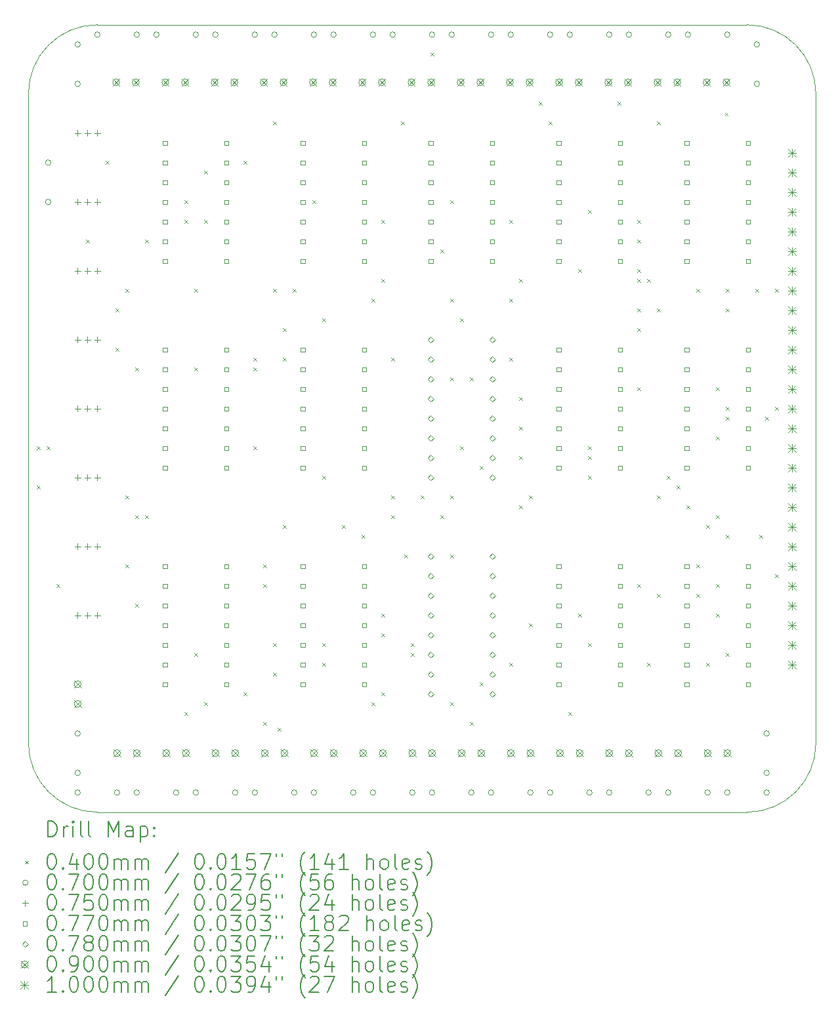
<source format=gbr>
%TF.GenerationSoftware,KiCad,Pcbnew,(6.0.9)*%
%TF.CreationDate,2025-06-05T13:52:29-04:00*%
%TF.ProjectId,ShiftRegisterPrototypeV2,53686966-7452-4656-9769-737465725072,V2*%
%TF.SameCoordinates,Original*%
%TF.FileFunction,Drillmap*%
%TF.FilePolarity,Positive*%
%FSLAX45Y45*%
G04 Gerber Fmt 4.5, Leading zero omitted, Abs format (unit mm)*
G04 Created by KiCad (PCBNEW (6.0.9)) date 2025-06-05 13:52:29*
%MOMM*%
%LPD*%
G01*
G04 APERTURE LIST*
%ADD10C,0.100000*%
%ADD11C,0.200000*%
%ADD12C,0.040000*%
%ADD13C,0.070000*%
%ADD14C,0.075000*%
%ADD15C,0.077000*%
%ADD16C,0.078000*%
%ADD17C,0.090000*%
G04 APERTURE END LIST*
D10*
X11493500Y-4146000D02*
G75*
G03*
X10604500Y-5035000I0J-889000D01*
G01*
X20764500Y-5035000D02*
X20764500Y-13417000D01*
X19875500Y-14306000D02*
G75*
G03*
X20764500Y-13417000I0J889000D01*
G01*
X11493500Y-4146000D02*
X19875500Y-4146000D01*
X10604500Y-13417000D02*
X10604500Y-5035000D01*
X19875500Y-14306000D02*
X11493500Y-14306000D01*
X10604500Y-13417000D02*
G75*
G03*
X11493500Y-14306000I889000J0D01*
G01*
X20764500Y-5035000D02*
G75*
G03*
X19875500Y-4146000I-889000J0D01*
G01*
D11*
D12*
X10711500Y-9587000D02*
X10751500Y-9627000D01*
X10751500Y-9587000D02*
X10711500Y-9627000D01*
X10711500Y-10095000D02*
X10751500Y-10135000D01*
X10751500Y-10095000D02*
X10711500Y-10135000D01*
X10838500Y-9587000D02*
X10878500Y-9627000D01*
X10878500Y-9587000D02*
X10838500Y-9627000D01*
X10965500Y-11365000D02*
X11005500Y-11405000D01*
X11005500Y-11365000D02*
X10965500Y-11405000D01*
X11346500Y-6920000D02*
X11386500Y-6960000D01*
X11386500Y-6920000D02*
X11346500Y-6960000D01*
X11600500Y-5904000D02*
X11640500Y-5944000D01*
X11640500Y-5904000D02*
X11600500Y-5944000D01*
X11727500Y-7809000D02*
X11767500Y-7849000D01*
X11767500Y-7809000D02*
X11727500Y-7849000D01*
X11727500Y-8317000D02*
X11767500Y-8357000D01*
X11767500Y-8317000D02*
X11727500Y-8357000D01*
X11854500Y-7555000D02*
X11894500Y-7595000D01*
X11894500Y-7555000D02*
X11854500Y-7595000D01*
X11854500Y-10222000D02*
X11894500Y-10262000D01*
X11894500Y-10222000D02*
X11854500Y-10262000D01*
X11854500Y-11111000D02*
X11894500Y-11151000D01*
X11894500Y-11111000D02*
X11854500Y-11151000D01*
X11981500Y-8571000D02*
X12021500Y-8611000D01*
X12021500Y-8571000D02*
X11981500Y-8611000D01*
X11981500Y-10476000D02*
X12021500Y-10516000D01*
X12021500Y-10476000D02*
X11981500Y-10516000D01*
X11981500Y-11619000D02*
X12021500Y-11659000D01*
X12021500Y-11619000D02*
X11981500Y-11659000D01*
X12108500Y-6920000D02*
X12148500Y-6960000D01*
X12148500Y-6920000D02*
X12108500Y-6960000D01*
X12108500Y-10476000D02*
X12148500Y-10516000D01*
X12148500Y-10476000D02*
X12108500Y-10516000D01*
X12616500Y-6412000D02*
X12656500Y-6452000D01*
X12656500Y-6412000D02*
X12616500Y-6452000D01*
X12616500Y-6666000D02*
X12656500Y-6706000D01*
X12656500Y-6666000D02*
X12616500Y-6706000D01*
X12616500Y-13016000D02*
X12656500Y-13056000D01*
X12656500Y-13016000D02*
X12616500Y-13056000D01*
X12743500Y-7555000D02*
X12783500Y-7595000D01*
X12783500Y-7555000D02*
X12743500Y-7595000D01*
X12743500Y-8571000D02*
X12783500Y-8611000D01*
X12783500Y-8571000D02*
X12743500Y-8611000D01*
X12743500Y-12254000D02*
X12783500Y-12294000D01*
X12783500Y-12254000D02*
X12743500Y-12294000D01*
X12870500Y-6031000D02*
X12910500Y-6071000D01*
X12910500Y-6031000D02*
X12870500Y-6071000D01*
X12870500Y-6666000D02*
X12910500Y-6706000D01*
X12910500Y-6666000D02*
X12870500Y-6706000D01*
X12870500Y-12889000D02*
X12910500Y-12929000D01*
X12910500Y-12889000D02*
X12870500Y-12929000D01*
X13378500Y-5904000D02*
X13418500Y-5944000D01*
X13418500Y-5904000D02*
X13378500Y-5944000D01*
X13378500Y-12762000D02*
X13418500Y-12802000D01*
X13418500Y-12762000D02*
X13378500Y-12802000D01*
X13505500Y-8444000D02*
X13545500Y-8484000D01*
X13545500Y-8444000D02*
X13505500Y-8484000D01*
X13505500Y-8571000D02*
X13545500Y-8611000D01*
X13545500Y-8571000D02*
X13505500Y-8611000D01*
X13505500Y-9587000D02*
X13545500Y-9627000D01*
X13545500Y-9587000D02*
X13505500Y-9627000D01*
X13632500Y-11111000D02*
X13672500Y-11151000D01*
X13672500Y-11111000D02*
X13632500Y-11151000D01*
X13632500Y-11365000D02*
X13672500Y-11405000D01*
X13672500Y-11365000D02*
X13632500Y-11405000D01*
X13632500Y-13143000D02*
X13672500Y-13183000D01*
X13672500Y-13143000D02*
X13632500Y-13183000D01*
X13759500Y-5396000D02*
X13799500Y-5436000D01*
X13799500Y-5396000D02*
X13759500Y-5436000D01*
X13759500Y-7555000D02*
X13799500Y-7595000D01*
X13799500Y-7555000D02*
X13759500Y-7595000D01*
X13759500Y-12127000D02*
X13799500Y-12167000D01*
X13799500Y-12127000D02*
X13759500Y-12167000D01*
X13759500Y-12508000D02*
X13799500Y-12548000D01*
X13799500Y-12508000D02*
X13759500Y-12548000D01*
X13823000Y-13215450D02*
X13863000Y-13255450D01*
X13863000Y-13215450D02*
X13823000Y-13255450D01*
X13886500Y-8063000D02*
X13926500Y-8103000D01*
X13926500Y-8063000D02*
X13886500Y-8103000D01*
X13886500Y-8444000D02*
X13926500Y-8484000D01*
X13926500Y-8444000D02*
X13886500Y-8484000D01*
X13886500Y-10603000D02*
X13926500Y-10643000D01*
X13926500Y-10603000D02*
X13886500Y-10643000D01*
X14013500Y-7555000D02*
X14053500Y-7595000D01*
X14053500Y-7555000D02*
X14013500Y-7595000D01*
X14267500Y-6412000D02*
X14307500Y-6452000D01*
X14307500Y-6412000D02*
X14267500Y-6452000D01*
X14394500Y-7936000D02*
X14434500Y-7976000D01*
X14434500Y-7936000D02*
X14394500Y-7976000D01*
X14394500Y-9968000D02*
X14434500Y-10008000D01*
X14434500Y-9968000D02*
X14394500Y-10008000D01*
X14394500Y-12127000D02*
X14434500Y-12167000D01*
X14434500Y-12127000D02*
X14394500Y-12167000D01*
X14394500Y-12381000D02*
X14434500Y-12421000D01*
X14434500Y-12381000D02*
X14394500Y-12421000D01*
X14648500Y-10603000D02*
X14688500Y-10643000D01*
X14688500Y-10603000D02*
X14648500Y-10643000D01*
X14902500Y-10730000D02*
X14942500Y-10770000D01*
X14942500Y-10730000D02*
X14902500Y-10770000D01*
X15029500Y-7682000D02*
X15069500Y-7722000D01*
X15069500Y-7682000D02*
X15029500Y-7722000D01*
X15029500Y-12889000D02*
X15069500Y-12929000D01*
X15069500Y-12889000D02*
X15029500Y-12929000D01*
X15156500Y-6666000D02*
X15196500Y-6706000D01*
X15196500Y-6666000D02*
X15156500Y-6706000D01*
X15156500Y-7428000D02*
X15196500Y-7468000D01*
X15196500Y-7428000D02*
X15156500Y-7468000D01*
X15156500Y-11746000D02*
X15196500Y-11786000D01*
X15196500Y-11746000D02*
X15156500Y-11786000D01*
X15156500Y-12000000D02*
X15196500Y-12040000D01*
X15196500Y-12000000D02*
X15156500Y-12040000D01*
X15156500Y-12762000D02*
X15196500Y-12802000D01*
X15196500Y-12762000D02*
X15156500Y-12802000D01*
X15283500Y-8444000D02*
X15323500Y-8484000D01*
X15323500Y-8444000D02*
X15283500Y-8484000D01*
X15283500Y-10222000D02*
X15323500Y-10262000D01*
X15323500Y-10222000D02*
X15283500Y-10262000D01*
X15283500Y-10476000D02*
X15323500Y-10516000D01*
X15323500Y-10476000D02*
X15283500Y-10516000D01*
X15410500Y-5396000D02*
X15450500Y-5436000D01*
X15450500Y-5396000D02*
X15410500Y-5436000D01*
X15455500Y-10984000D02*
X15495500Y-11024000D01*
X15495500Y-10984000D02*
X15455500Y-11024000D01*
X15537500Y-12127000D02*
X15577500Y-12167000D01*
X15577500Y-12127000D02*
X15537500Y-12167000D01*
X15537500Y-12254000D02*
X15577500Y-12294000D01*
X15577500Y-12254000D02*
X15537500Y-12294000D01*
X15664500Y-10222000D02*
X15704500Y-10262000D01*
X15704500Y-10222000D02*
X15664500Y-10262000D01*
X15791500Y-4507000D02*
X15831500Y-4547000D01*
X15831500Y-4507000D02*
X15791500Y-4547000D01*
X15918500Y-7047000D02*
X15958500Y-7087000D01*
X15958500Y-7047000D02*
X15918500Y-7087000D01*
X15918500Y-10476000D02*
X15958500Y-10516000D01*
X15958500Y-10476000D02*
X15918500Y-10516000D01*
X16045500Y-6412000D02*
X16085500Y-6452000D01*
X16085500Y-6412000D02*
X16045500Y-6452000D01*
X16045500Y-7682000D02*
X16085500Y-7722000D01*
X16085500Y-7682000D02*
X16045500Y-7722000D01*
X16045500Y-8698000D02*
X16085500Y-8738000D01*
X16085500Y-8698000D02*
X16045500Y-8738000D01*
X16045500Y-10222000D02*
X16085500Y-10262000D01*
X16085500Y-10222000D02*
X16045500Y-10262000D01*
X16045500Y-10984000D02*
X16085500Y-11024000D01*
X16085500Y-10984000D02*
X16045500Y-11024000D01*
X16045500Y-12889000D02*
X16085500Y-12929000D01*
X16085500Y-12889000D02*
X16045500Y-12929000D01*
X16172500Y-7936000D02*
X16212500Y-7976000D01*
X16212500Y-7936000D02*
X16172500Y-7976000D01*
X16172500Y-9587000D02*
X16212500Y-9627000D01*
X16212500Y-9587000D02*
X16172500Y-9627000D01*
X16299500Y-8698000D02*
X16339500Y-8738000D01*
X16339500Y-8698000D02*
X16299500Y-8738000D01*
X16299500Y-13143000D02*
X16339500Y-13183000D01*
X16339500Y-13143000D02*
X16299500Y-13183000D01*
X16426500Y-9841000D02*
X16466500Y-9881000D01*
X16466500Y-9841000D02*
X16426500Y-9881000D01*
X16426500Y-12635000D02*
X16466500Y-12675000D01*
X16466500Y-12635000D02*
X16426500Y-12675000D01*
X16807500Y-6666000D02*
X16847500Y-6706000D01*
X16847500Y-6666000D02*
X16807500Y-6706000D01*
X16807500Y-7682000D02*
X16847500Y-7722000D01*
X16847500Y-7682000D02*
X16807500Y-7722000D01*
X16807500Y-8444000D02*
X16847500Y-8484000D01*
X16847500Y-8444000D02*
X16807500Y-8484000D01*
X16807500Y-12381000D02*
X16847500Y-12421000D01*
X16847500Y-12381000D02*
X16807500Y-12421000D01*
X16934500Y-7428000D02*
X16974500Y-7468000D01*
X16974500Y-7428000D02*
X16934500Y-7468000D01*
X16934500Y-8952000D02*
X16974500Y-8992000D01*
X16974500Y-8952000D02*
X16934500Y-8992000D01*
X16934500Y-9333000D02*
X16974500Y-9373000D01*
X16974500Y-9333000D02*
X16934500Y-9373000D01*
X16934500Y-9714000D02*
X16974500Y-9754000D01*
X16974500Y-9714000D02*
X16934500Y-9754000D01*
X16934500Y-10349000D02*
X16974500Y-10389000D01*
X16974500Y-10349000D02*
X16934500Y-10389000D01*
X17061500Y-10222000D02*
X17101500Y-10262000D01*
X17101500Y-10222000D02*
X17061500Y-10262000D01*
X17061500Y-11873000D02*
X17101500Y-11913000D01*
X17101500Y-11873000D02*
X17061500Y-11913000D01*
X17188500Y-5142000D02*
X17228500Y-5182000D01*
X17228500Y-5142000D02*
X17188500Y-5182000D01*
X17315500Y-5396000D02*
X17355500Y-5436000D01*
X17355500Y-5396000D02*
X17315500Y-5436000D01*
X17569500Y-13016000D02*
X17609500Y-13056000D01*
X17609500Y-13016000D02*
X17569500Y-13056000D01*
X17696500Y-7301000D02*
X17736500Y-7341000D01*
X17736500Y-7301000D02*
X17696500Y-7341000D01*
X17696500Y-11746000D02*
X17736500Y-11786000D01*
X17736500Y-11746000D02*
X17696500Y-11786000D01*
X17823500Y-6539000D02*
X17863500Y-6579000D01*
X17863500Y-6539000D02*
X17823500Y-6579000D01*
X17823500Y-9587000D02*
X17863500Y-9627000D01*
X17863500Y-9587000D02*
X17823500Y-9627000D01*
X17823500Y-9714000D02*
X17863500Y-9754000D01*
X17863500Y-9714000D02*
X17823500Y-9754000D01*
X17823500Y-9968000D02*
X17863500Y-10008000D01*
X17863500Y-9968000D02*
X17823500Y-10008000D01*
X17823500Y-12127000D02*
X17863500Y-12167000D01*
X17863500Y-12127000D02*
X17823500Y-12167000D01*
X18204500Y-5142000D02*
X18244500Y-5182000D01*
X18244500Y-5142000D02*
X18204500Y-5182000D01*
X18458500Y-6666000D02*
X18498500Y-6706000D01*
X18498500Y-6666000D02*
X18458500Y-6706000D01*
X18458500Y-6920000D02*
X18498500Y-6960000D01*
X18498500Y-6920000D02*
X18458500Y-6960000D01*
X18458500Y-7301000D02*
X18498500Y-7341000D01*
X18498500Y-7301000D02*
X18458500Y-7341000D01*
X18458500Y-7428000D02*
X18498500Y-7468000D01*
X18498500Y-7428000D02*
X18458500Y-7468000D01*
X18458500Y-7809000D02*
X18498500Y-7849000D01*
X18498500Y-7809000D02*
X18458500Y-7849000D01*
X18458500Y-8063000D02*
X18498500Y-8103000D01*
X18498500Y-8063000D02*
X18458500Y-8103000D01*
X18458500Y-8825000D02*
X18498500Y-8865000D01*
X18498500Y-8825000D02*
X18458500Y-8865000D01*
X18458500Y-11365000D02*
X18498500Y-11405000D01*
X18498500Y-11365000D02*
X18458500Y-11405000D01*
X18585500Y-7428000D02*
X18625500Y-7468000D01*
X18625500Y-7428000D02*
X18585500Y-7468000D01*
X18585500Y-12381000D02*
X18625500Y-12421000D01*
X18625500Y-12381000D02*
X18585500Y-12421000D01*
X18712500Y-5396000D02*
X18752500Y-5436000D01*
X18752500Y-5396000D02*
X18712500Y-5436000D01*
X18712500Y-7809000D02*
X18752500Y-7849000D01*
X18752500Y-7809000D02*
X18712500Y-7849000D01*
X18712500Y-10222000D02*
X18752500Y-10262000D01*
X18752500Y-10222000D02*
X18712500Y-10262000D01*
X18712500Y-11492000D02*
X18752500Y-11532000D01*
X18752500Y-11492000D02*
X18712500Y-11532000D01*
X18839500Y-9968000D02*
X18879500Y-10008000D01*
X18879500Y-9968000D02*
X18839500Y-10008000D01*
X18966500Y-10095000D02*
X19006500Y-10135000D01*
X19006500Y-10095000D02*
X18966500Y-10135000D01*
X19093500Y-10349000D02*
X19133500Y-10389000D01*
X19133500Y-10349000D02*
X19093500Y-10389000D01*
X19220500Y-7555000D02*
X19260500Y-7595000D01*
X19260500Y-7555000D02*
X19220500Y-7595000D01*
X19220500Y-11111000D02*
X19260500Y-11151000D01*
X19260500Y-11111000D02*
X19220500Y-11151000D01*
X19220500Y-11492000D02*
X19260500Y-11532000D01*
X19260500Y-11492000D02*
X19220500Y-11532000D01*
X19347500Y-10603000D02*
X19387500Y-10643000D01*
X19387500Y-10603000D02*
X19347500Y-10643000D01*
X19347500Y-12381000D02*
X19387500Y-12421000D01*
X19387500Y-12381000D02*
X19347500Y-12421000D01*
X19474500Y-8825000D02*
X19514500Y-8865000D01*
X19514500Y-8825000D02*
X19474500Y-8865000D01*
X19474500Y-9460000D02*
X19514500Y-9500000D01*
X19514500Y-9460000D02*
X19474500Y-9500000D01*
X19474500Y-10476000D02*
X19514500Y-10516000D01*
X19514500Y-10476000D02*
X19474500Y-10516000D01*
X19474500Y-11365000D02*
X19514500Y-11405000D01*
X19514500Y-11365000D02*
X19474500Y-11405000D01*
X19474500Y-11746000D02*
X19514500Y-11786000D01*
X19514500Y-11746000D02*
X19474500Y-11786000D01*
X19589847Y-5280654D02*
X19629847Y-5320654D01*
X19629847Y-5280654D02*
X19589847Y-5320654D01*
X19601500Y-7555000D02*
X19641500Y-7595000D01*
X19641500Y-7555000D02*
X19601500Y-7595000D01*
X19601500Y-7809000D02*
X19641500Y-7849000D01*
X19641500Y-7809000D02*
X19601500Y-7849000D01*
X19601500Y-9079000D02*
X19641500Y-9119000D01*
X19641500Y-9079000D02*
X19601500Y-9119000D01*
X19601500Y-9206000D02*
X19641500Y-9246000D01*
X19641500Y-9206000D02*
X19601500Y-9246000D01*
X19601500Y-10730000D02*
X19641500Y-10770000D01*
X19641500Y-10730000D02*
X19601500Y-10770000D01*
X19601500Y-12254000D02*
X19641500Y-12294000D01*
X19641500Y-12254000D02*
X19601500Y-12294000D01*
X19982500Y-7555000D02*
X20022500Y-7595000D01*
X20022500Y-7555000D02*
X19982500Y-7595000D01*
X20037050Y-10730000D02*
X20077050Y-10770000D01*
X20077050Y-10730000D02*
X20037050Y-10770000D01*
X20109500Y-9206000D02*
X20149500Y-9246000D01*
X20149500Y-9206000D02*
X20109500Y-9246000D01*
X20236500Y-7555000D02*
X20276500Y-7595000D01*
X20276500Y-7555000D02*
X20236500Y-7595000D01*
X20236500Y-9079000D02*
X20276500Y-9119000D01*
X20276500Y-9079000D02*
X20236500Y-9119000D01*
X20236500Y-11238000D02*
X20276500Y-11278000D01*
X20276500Y-11238000D02*
X20236500Y-11278000D01*
D13*
X10893500Y-5924000D02*
G75*
G03*
X10893500Y-5924000I-35000J0D01*
G01*
X10893500Y-6432000D02*
G75*
G03*
X10893500Y-6432000I-35000J0D01*
G01*
X11274500Y-4400000D02*
G75*
G03*
X11274500Y-4400000I-35000J0D01*
G01*
X11274500Y-4908000D02*
G75*
G03*
X11274500Y-4908000I-35000J0D01*
G01*
X11274500Y-13290000D02*
G75*
G03*
X11274500Y-13290000I-35000J0D01*
G01*
X11274500Y-13798000D02*
G75*
G03*
X11274500Y-13798000I-35000J0D01*
G01*
X11274500Y-14052000D02*
G75*
G03*
X11274500Y-14052000I-35000J0D01*
G01*
X11528500Y-4273000D02*
G75*
G03*
X11528500Y-4273000I-35000J0D01*
G01*
X11782500Y-14052000D02*
G75*
G03*
X11782500Y-14052000I-35000J0D01*
G01*
X12036500Y-4273000D02*
G75*
G03*
X12036500Y-4273000I-35000J0D01*
G01*
X12036500Y-14052000D02*
G75*
G03*
X12036500Y-14052000I-35000J0D01*
G01*
X12290500Y-4273000D02*
G75*
G03*
X12290500Y-4273000I-35000J0D01*
G01*
X12544500Y-14052000D02*
G75*
G03*
X12544500Y-14052000I-35000J0D01*
G01*
X12798500Y-4273000D02*
G75*
G03*
X12798500Y-4273000I-35000J0D01*
G01*
X12798500Y-14052000D02*
G75*
G03*
X12798500Y-14052000I-35000J0D01*
G01*
X13052500Y-4273000D02*
G75*
G03*
X13052500Y-4273000I-35000J0D01*
G01*
X13306500Y-14052000D02*
G75*
G03*
X13306500Y-14052000I-35000J0D01*
G01*
X13560500Y-4273000D02*
G75*
G03*
X13560500Y-4273000I-35000J0D01*
G01*
X13560500Y-14052000D02*
G75*
G03*
X13560500Y-14052000I-35000J0D01*
G01*
X13814500Y-4273000D02*
G75*
G03*
X13814500Y-4273000I-35000J0D01*
G01*
X14068500Y-14052000D02*
G75*
G03*
X14068500Y-14052000I-35000J0D01*
G01*
X14322500Y-4273000D02*
G75*
G03*
X14322500Y-4273000I-35000J0D01*
G01*
X14322500Y-14052000D02*
G75*
G03*
X14322500Y-14052000I-35000J0D01*
G01*
X14576500Y-4273000D02*
G75*
G03*
X14576500Y-4273000I-35000J0D01*
G01*
X14830500Y-14052000D02*
G75*
G03*
X14830500Y-14052000I-35000J0D01*
G01*
X15084500Y-4273000D02*
G75*
G03*
X15084500Y-4273000I-35000J0D01*
G01*
X15084500Y-14052000D02*
G75*
G03*
X15084500Y-14052000I-35000J0D01*
G01*
X15338500Y-4273000D02*
G75*
G03*
X15338500Y-4273000I-35000J0D01*
G01*
X15592500Y-14052000D02*
G75*
G03*
X15592500Y-14052000I-35000J0D01*
G01*
X15846500Y-4273000D02*
G75*
G03*
X15846500Y-4273000I-35000J0D01*
G01*
X15846500Y-14052000D02*
G75*
G03*
X15846500Y-14052000I-35000J0D01*
G01*
X16100500Y-4273000D02*
G75*
G03*
X16100500Y-4273000I-35000J0D01*
G01*
X16354500Y-14052000D02*
G75*
G03*
X16354500Y-14052000I-35000J0D01*
G01*
X16608500Y-4273000D02*
G75*
G03*
X16608500Y-4273000I-35000J0D01*
G01*
X16608500Y-14052000D02*
G75*
G03*
X16608500Y-14052000I-35000J0D01*
G01*
X16862500Y-4273000D02*
G75*
G03*
X16862500Y-4273000I-35000J0D01*
G01*
X17116500Y-14052000D02*
G75*
G03*
X17116500Y-14052000I-35000J0D01*
G01*
X17370500Y-4273000D02*
G75*
G03*
X17370500Y-4273000I-35000J0D01*
G01*
X17370500Y-14052000D02*
G75*
G03*
X17370500Y-14052000I-35000J0D01*
G01*
X17624500Y-4273000D02*
G75*
G03*
X17624500Y-4273000I-35000J0D01*
G01*
X17878500Y-14052000D02*
G75*
G03*
X17878500Y-14052000I-35000J0D01*
G01*
X18132500Y-4273000D02*
G75*
G03*
X18132500Y-4273000I-35000J0D01*
G01*
X18132500Y-14052000D02*
G75*
G03*
X18132500Y-14052000I-35000J0D01*
G01*
X18386500Y-4273000D02*
G75*
G03*
X18386500Y-4273000I-35000J0D01*
G01*
X18640500Y-14052000D02*
G75*
G03*
X18640500Y-14052000I-35000J0D01*
G01*
X18894500Y-4273000D02*
G75*
G03*
X18894500Y-4273000I-35000J0D01*
G01*
X18894500Y-14052000D02*
G75*
G03*
X18894500Y-14052000I-35000J0D01*
G01*
X19148500Y-4273000D02*
G75*
G03*
X19148500Y-4273000I-35000J0D01*
G01*
X19402500Y-14052000D02*
G75*
G03*
X19402500Y-14052000I-35000J0D01*
G01*
X19656500Y-4273000D02*
G75*
G03*
X19656500Y-4273000I-35000J0D01*
G01*
X19656500Y-14052000D02*
G75*
G03*
X19656500Y-14052000I-35000J0D01*
G01*
X20037500Y-4400000D02*
G75*
G03*
X20037500Y-4400000I-35000J0D01*
G01*
X20037500Y-4908000D02*
G75*
G03*
X20037500Y-4908000I-35000J0D01*
G01*
X20164500Y-13290000D02*
G75*
G03*
X20164500Y-13290000I-35000J0D01*
G01*
X20164500Y-13798000D02*
G75*
G03*
X20164500Y-13798000I-35000J0D01*
G01*
X20164500Y-14052000D02*
G75*
G03*
X20164500Y-14052000I-35000J0D01*
G01*
D14*
X11239500Y-5505500D02*
X11239500Y-5580500D01*
X11202000Y-5543000D02*
X11277000Y-5543000D01*
X11239500Y-6394500D02*
X11239500Y-6469500D01*
X11202000Y-6432000D02*
X11277000Y-6432000D01*
X11239500Y-7283500D02*
X11239500Y-7358500D01*
X11202000Y-7321000D02*
X11277000Y-7321000D01*
X11239500Y-8172500D02*
X11239500Y-8247500D01*
X11202000Y-8210000D02*
X11277000Y-8210000D01*
X11239500Y-9061500D02*
X11239500Y-9136500D01*
X11202000Y-9099000D02*
X11277000Y-9099000D01*
X11239500Y-9950500D02*
X11239500Y-10025500D01*
X11202000Y-9988000D02*
X11277000Y-9988000D01*
X11239500Y-10839500D02*
X11239500Y-10914500D01*
X11202000Y-10877000D02*
X11277000Y-10877000D01*
X11239500Y-11728500D02*
X11239500Y-11803500D01*
X11202000Y-11766000D02*
X11277000Y-11766000D01*
X11366500Y-5505500D02*
X11366500Y-5580500D01*
X11329000Y-5543000D02*
X11404000Y-5543000D01*
X11366500Y-6394500D02*
X11366500Y-6469500D01*
X11329000Y-6432000D02*
X11404000Y-6432000D01*
X11366500Y-7283500D02*
X11366500Y-7358500D01*
X11329000Y-7321000D02*
X11404000Y-7321000D01*
X11366500Y-8172500D02*
X11366500Y-8247500D01*
X11329000Y-8210000D02*
X11404000Y-8210000D01*
X11366500Y-9061500D02*
X11366500Y-9136500D01*
X11329000Y-9099000D02*
X11404000Y-9099000D01*
X11366500Y-9950500D02*
X11366500Y-10025500D01*
X11329000Y-9988000D02*
X11404000Y-9988000D01*
X11366500Y-10839500D02*
X11366500Y-10914500D01*
X11329000Y-10877000D02*
X11404000Y-10877000D01*
X11366500Y-11728500D02*
X11366500Y-11803500D01*
X11329000Y-11766000D02*
X11404000Y-11766000D01*
X11493500Y-5505500D02*
X11493500Y-5580500D01*
X11456000Y-5543000D02*
X11531000Y-5543000D01*
X11493500Y-6394500D02*
X11493500Y-6469500D01*
X11456000Y-6432000D02*
X11531000Y-6432000D01*
X11493500Y-7283500D02*
X11493500Y-7358500D01*
X11456000Y-7321000D02*
X11531000Y-7321000D01*
X11493500Y-8172500D02*
X11493500Y-8247500D01*
X11456000Y-8210000D02*
X11531000Y-8210000D01*
X11493500Y-9061500D02*
X11493500Y-9136500D01*
X11456000Y-9099000D02*
X11531000Y-9099000D01*
X11493500Y-9950500D02*
X11493500Y-10025500D01*
X11456000Y-9988000D02*
X11531000Y-9988000D01*
X11493500Y-10839500D02*
X11493500Y-10914500D01*
X11456000Y-10877000D02*
X11531000Y-10877000D01*
X11493500Y-11728500D02*
X11493500Y-11803500D01*
X11456000Y-11766000D02*
X11531000Y-11766000D01*
D15*
X12393724Y-5697224D02*
X12393724Y-5642776D01*
X12339276Y-5642776D01*
X12339276Y-5697224D01*
X12393724Y-5697224D01*
X12393724Y-5951224D02*
X12393724Y-5896776D01*
X12339276Y-5896776D01*
X12339276Y-5951224D01*
X12393724Y-5951224D01*
X12393724Y-6205224D02*
X12393724Y-6150776D01*
X12339276Y-6150776D01*
X12339276Y-6205224D01*
X12393724Y-6205224D01*
X12393724Y-6459224D02*
X12393724Y-6404776D01*
X12339276Y-6404776D01*
X12339276Y-6459224D01*
X12393724Y-6459224D01*
X12393724Y-6713224D02*
X12393724Y-6658776D01*
X12339276Y-6658776D01*
X12339276Y-6713224D01*
X12393724Y-6713224D01*
X12393724Y-6967224D02*
X12393724Y-6912776D01*
X12339276Y-6912776D01*
X12339276Y-6967224D01*
X12393724Y-6967224D01*
X12393724Y-7221224D02*
X12393724Y-7166776D01*
X12339276Y-7166776D01*
X12339276Y-7221224D01*
X12393724Y-7221224D01*
X12393724Y-8364224D02*
X12393724Y-8309776D01*
X12339276Y-8309776D01*
X12339276Y-8364224D01*
X12393724Y-8364224D01*
X12393724Y-8618224D02*
X12393724Y-8563776D01*
X12339276Y-8563776D01*
X12339276Y-8618224D01*
X12393724Y-8618224D01*
X12393724Y-8872224D02*
X12393724Y-8817776D01*
X12339276Y-8817776D01*
X12339276Y-8872224D01*
X12393724Y-8872224D01*
X12393724Y-9126224D02*
X12393724Y-9071776D01*
X12339276Y-9071776D01*
X12339276Y-9126224D01*
X12393724Y-9126224D01*
X12393724Y-9380224D02*
X12393724Y-9325776D01*
X12339276Y-9325776D01*
X12339276Y-9380224D01*
X12393724Y-9380224D01*
X12393724Y-9634224D02*
X12393724Y-9579776D01*
X12339276Y-9579776D01*
X12339276Y-9634224D01*
X12393724Y-9634224D01*
X12393724Y-9888224D02*
X12393724Y-9833776D01*
X12339276Y-9833776D01*
X12339276Y-9888224D01*
X12393724Y-9888224D01*
X12393724Y-11158224D02*
X12393724Y-11103776D01*
X12339276Y-11103776D01*
X12339276Y-11158224D01*
X12393724Y-11158224D01*
X12393724Y-11412224D02*
X12393724Y-11357776D01*
X12339276Y-11357776D01*
X12339276Y-11412224D01*
X12393724Y-11412224D01*
X12393724Y-11666224D02*
X12393724Y-11611776D01*
X12339276Y-11611776D01*
X12339276Y-11666224D01*
X12393724Y-11666224D01*
X12393724Y-11920224D02*
X12393724Y-11865776D01*
X12339276Y-11865776D01*
X12339276Y-11920224D01*
X12393724Y-11920224D01*
X12393724Y-12174224D02*
X12393724Y-12119776D01*
X12339276Y-12119776D01*
X12339276Y-12174224D01*
X12393724Y-12174224D01*
X12393724Y-12428224D02*
X12393724Y-12373776D01*
X12339276Y-12373776D01*
X12339276Y-12428224D01*
X12393724Y-12428224D01*
X12393724Y-12682224D02*
X12393724Y-12627776D01*
X12339276Y-12627776D01*
X12339276Y-12682224D01*
X12393724Y-12682224D01*
X13187724Y-5697224D02*
X13187724Y-5642776D01*
X13133276Y-5642776D01*
X13133276Y-5697224D01*
X13187724Y-5697224D01*
X13187724Y-5951224D02*
X13187724Y-5896776D01*
X13133276Y-5896776D01*
X13133276Y-5951224D01*
X13187724Y-5951224D01*
X13187724Y-6205224D02*
X13187724Y-6150776D01*
X13133276Y-6150776D01*
X13133276Y-6205224D01*
X13187724Y-6205224D01*
X13187724Y-6459224D02*
X13187724Y-6404776D01*
X13133276Y-6404776D01*
X13133276Y-6459224D01*
X13187724Y-6459224D01*
X13187724Y-6713224D02*
X13187724Y-6658776D01*
X13133276Y-6658776D01*
X13133276Y-6713224D01*
X13187724Y-6713224D01*
X13187724Y-6967224D02*
X13187724Y-6912776D01*
X13133276Y-6912776D01*
X13133276Y-6967224D01*
X13187724Y-6967224D01*
X13187724Y-7221224D02*
X13187724Y-7166776D01*
X13133276Y-7166776D01*
X13133276Y-7221224D01*
X13187724Y-7221224D01*
X13187724Y-8364224D02*
X13187724Y-8309776D01*
X13133276Y-8309776D01*
X13133276Y-8364224D01*
X13187724Y-8364224D01*
X13187724Y-8618224D02*
X13187724Y-8563776D01*
X13133276Y-8563776D01*
X13133276Y-8618224D01*
X13187724Y-8618224D01*
X13187724Y-8872224D02*
X13187724Y-8817776D01*
X13133276Y-8817776D01*
X13133276Y-8872224D01*
X13187724Y-8872224D01*
X13187724Y-9126224D02*
X13187724Y-9071776D01*
X13133276Y-9071776D01*
X13133276Y-9126224D01*
X13187724Y-9126224D01*
X13187724Y-9380224D02*
X13187724Y-9325776D01*
X13133276Y-9325776D01*
X13133276Y-9380224D01*
X13187724Y-9380224D01*
X13187724Y-9634224D02*
X13187724Y-9579776D01*
X13133276Y-9579776D01*
X13133276Y-9634224D01*
X13187724Y-9634224D01*
X13187724Y-9888224D02*
X13187724Y-9833776D01*
X13133276Y-9833776D01*
X13133276Y-9888224D01*
X13187724Y-9888224D01*
X13187724Y-11158224D02*
X13187724Y-11103776D01*
X13133276Y-11103776D01*
X13133276Y-11158224D01*
X13187724Y-11158224D01*
X13187724Y-11412224D02*
X13187724Y-11357776D01*
X13133276Y-11357776D01*
X13133276Y-11412224D01*
X13187724Y-11412224D01*
X13187724Y-11666224D02*
X13187724Y-11611776D01*
X13133276Y-11611776D01*
X13133276Y-11666224D01*
X13187724Y-11666224D01*
X13187724Y-11920224D02*
X13187724Y-11865776D01*
X13133276Y-11865776D01*
X13133276Y-11920224D01*
X13187724Y-11920224D01*
X13187724Y-12174224D02*
X13187724Y-12119776D01*
X13133276Y-12119776D01*
X13133276Y-12174224D01*
X13187724Y-12174224D01*
X13187724Y-12428224D02*
X13187724Y-12373776D01*
X13133276Y-12373776D01*
X13133276Y-12428224D01*
X13187724Y-12428224D01*
X13187724Y-12682224D02*
X13187724Y-12627776D01*
X13133276Y-12627776D01*
X13133276Y-12682224D01*
X13187724Y-12682224D01*
X14171724Y-5697224D02*
X14171724Y-5642776D01*
X14117276Y-5642776D01*
X14117276Y-5697224D01*
X14171724Y-5697224D01*
X14171724Y-5951224D02*
X14171724Y-5896776D01*
X14117276Y-5896776D01*
X14117276Y-5951224D01*
X14171724Y-5951224D01*
X14171724Y-6205224D02*
X14171724Y-6150776D01*
X14117276Y-6150776D01*
X14117276Y-6205224D01*
X14171724Y-6205224D01*
X14171724Y-6459224D02*
X14171724Y-6404776D01*
X14117276Y-6404776D01*
X14117276Y-6459224D01*
X14171724Y-6459224D01*
X14171724Y-6713224D02*
X14171724Y-6658776D01*
X14117276Y-6658776D01*
X14117276Y-6713224D01*
X14171724Y-6713224D01*
X14171724Y-6967224D02*
X14171724Y-6912776D01*
X14117276Y-6912776D01*
X14117276Y-6967224D01*
X14171724Y-6967224D01*
X14171724Y-7221224D02*
X14171724Y-7166776D01*
X14117276Y-7166776D01*
X14117276Y-7221224D01*
X14171724Y-7221224D01*
X14171724Y-8364224D02*
X14171724Y-8309776D01*
X14117276Y-8309776D01*
X14117276Y-8364224D01*
X14171724Y-8364224D01*
X14171724Y-8618224D02*
X14171724Y-8563776D01*
X14117276Y-8563776D01*
X14117276Y-8618224D01*
X14171724Y-8618224D01*
X14171724Y-8872224D02*
X14171724Y-8817776D01*
X14117276Y-8817776D01*
X14117276Y-8872224D01*
X14171724Y-8872224D01*
X14171724Y-9126224D02*
X14171724Y-9071776D01*
X14117276Y-9071776D01*
X14117276Y-9126224D01*
X14171724Y-9126224D01*
X14171724Y-9380224D02*
X14171724Y-9325776D01*
X14117276Y-9325776D01*
X14117276Y-9380224D01*
X14171724Y-9380224D01*
X14171724Y-9634224D02*
X14171724Y-9579776D01*
X14117276Y-9579776D01*
X14117276Y-9634224D01*
X14171724Y-9634224D01*
X14171724Y-9888224D02*
X14171724Y-9833776D01*
X14117276Y-9833776D01*
X14117276Y-9888224D01*
X14171724Y-9888224D01*
X14171724Y-11158224D02*
X14171724Y-11103776D01*
X14117276Y-11103776D01*
X14117276Y-11158224D01*
X14171724Y-11158224D01*
X14171724Y-11412224D02*
X14171724Y-11357776D01*
X14117276Y-11357776D01*
X14117276Y-11412224D01*
X14171724Y-11412224D01*
X14171724Y-11666224D02*
X14171724Y-11611776D01*
X14117276Y-11611776D01*
X14117276Y-11666224D01*
X14171724Y-11666224D01*
X14171724Y-11920224D02*
X14171724Y-11865776D01*
X14117276Y-11865776D01*
X14117276Y-11920224D01*
X14171724Y-11920224D01*
X14171724Y-12174224D02*
X14171724Y-12119776D01*
X14117276Y-12119776D01*
X14117276Y-12174224D01*
X14171724Y-12174224D01*
X14171724Y-12428224D02*
X14171724Y-12373776D01*
X14117276Y-12373776D01*
X14117276Y-12428224D01*
X14171724Y-12428224D01*
X14171724Y-12682224D02*
X14171724Y-12627776D01*
X14117276Y-12627776D01*
X14117276Y-12682224D01*
X14171724Y-12682224D01*
X14965724Y-5697224D02*
X14965724Y-5642776D01*
X14911276Y-5642776D01*
X14911276Y-5697224D01*
X14965724Y-5697224D01*
X14965724Y-5951224D02*
X14965724Y-5896776D01*
X14911276Y-5896776D01*
X14911276Y-5951224D01*
X14965724Y-5951224D01*
X14965724Y-6205224D02*
X14965724Y-6150776D01*
X14911276Y-6150776D01*
X14911276Y-6205224D01*
X14965724Y-6205224D01*
X14965724Y-6459224D02*
X14965724Y-6404776D01*
X14911276Y-6404776D01*
X14911276Y-6459224D01*
X14965724Y-6459224D01*
X14965724Y-6713224D02*
X14965724Y-6658776D01*
X14911276Y-6658776D01*
X14911276Y-6713224D01*
X14965724Y-6713224D01*
X14965724Y-6967224D02*
X14965724Y-6912776D01*
X14911276Y-6912776D01*
X14911276Y-6967224D01*
X14965724Y-6967224D01*
X14965724Y-7221224D02*
X14965724Y-7166776D01*
X14911276Y-7166776D01*
X14911276Y-7221224D01*
X14965724Y-7221224D01*
X14965724Y-8364224D02*
X14965724Y-8309776D01*
X14911276Y-8309776D01*
X14911276Y-8364224D01*
X14965724Y-8364224D01*
X14965724Y-8618224D02*
X14965724Y-8563776D01*
X14911276Y-8563776D01*
X14911276Y-8618224D01*
X14965724Y-8618224D01*
X14965724Y-8872224D02*
X14965724Y-8817776D01*
X14911276Y-8817776D01*
X14911276Y-8872224D01*
X14965724Y-8872224D01*
X14965724Y-9126224D02*
X14965724Y-9071776D01*
X14911276Y-9071776D01*
X14911276Y-9126224D01*
X14965724Y-9126224D01*
X14965724Y-9380224D02*
X14965724Y-9325776D01*
X14911276Y-9325776D01*
X14911276Y-9380224D01*
X14965724Y-9380224D01*
X14965724Y-9634224D02*
X14965724Y-9579776D01*
X14911276Y-9579776D01*
X14911276Y-9634224D01*
X14965724Y-9634224D01*
X14965724Y-9888224D02*
X14965724Y-9833776D01*
X14911276Y-9833776D01*
X14911276Y-9888224D01*
X14965724Y-9888224D01*
X14965724Y-11158224D02*
X14965724Y-11103776D01*
X14911276Y-11103776D01*
X14911276Y-11158224D01*
X14965724Y-11158224D01*
X14965724Y-11412224D02*
X14965724Y-11357776D01*
X14911276Y-11357776D01*
X14911276Y-11412224D01*
X14965724Y-11412224D01*
X14965724Y-11666224D02*
X14965724Y-11611776D01*
X14911276Y-11611776D01*
X14911276Y-11666224D01*
X14965724Y-11666224D01*
X14965724Y-11920224D02*
X14965724Y-11865776D01*
X14911276Y-11865776D01*
X14911276Y-11920224D01*
X14965724Y-11920224D01*
X14965724Y-12174224D02*
X14965724Y-12119776D01*
X14911276Y-12119776D01*
X14911276Y-12174224D01*
X14965724Y-12174224D01*
X14965724Y-12428224D02*
X14965724Y-12373776D01*
X14911276Y-12373776D01*
X14911276Y-12428224D01*
X14965724Y-12428224D01*
X14965724Y-12682224D02*
X14965724Y-12627776D01*
X14911276Y-12627776D01*
X14911276Y-12682224D01*
X14965724Y-12682224D01*
X15822724Y-5697224D02*
X15822724Y-5642776D01*
X15768276Y-5642776D01*
X15768276Y-5697224D01*
X15822724Y-5697224D01*
X15822724Y-5951224D02*
X15822724Y-5896776D01*
X15768276Y-5896776D01*
X15768276Y-5951224D01*
X15822724Y-5951224D01*
X15822724Y-6205224D02*
X15822724Y-6150776D01*
X15768276Y-6150776D01*
X15768276Y-6205224D01*
X15822724Y-6205224D01*
X15822724Y-6459224D02*
X15822724Y-6404776D01*
X15768276Y-6404776D01*
X15768276Y-6459224D01*
X15822724Y-6459224D01*
X15822724Y-6713224D02*
X15822724Y-6658776D01*
X15768276Y-6658776D01*
X15768276Y-6713224D01*
X15822724Y-6713224D01*
X15822724Y-6967224D02*
X15822724Y-6912776D01*
X15768276Y-6912776D01*
X15768276Y-6967224D01*
X15822724Y-6967224D01*
X15822724Y-7221224D02*
X15822724Y-7166776D01*
X15768276Y-7166776D01*
X15768276Y-7221224D01*
X15822724Y-7221224D01*
X16616724Y-5697224D02*
X16616724Y-5642776D01*
X16562276Y-5642776D01*
X16562276Y-5697224D01*
X16616724Y-5697224D01*
X16616724Y-5951224D02*
X16616724Y-5896776D01*
X16562276Y-5896776D01*
X16562276Y-5951224D01*
X16616724Y-5951224D01*
X16616724Y-6205224D02*
X16616724Y-6150776D01*
X16562276Y-6150776D01*
X16562276Y-6205224D01*
X16616724Y-6205224D01*
X16616724Y-6459224D02*
X16616724Y-6404776D01*
X16562276Y-6404776D01*
X16562276Y-6459224D01*
X16616724Y-6459224D01*
X16616724Y-6713224D02*
X16616724Y-6658776D01*
X16562276Y-6658776D01*
X16562276Y-6713224D01*
X16616724Y-6713224D01*
X16616724Y-6967224D02*
X16616724Y-6912776D01*
X16562276Y-6912776D01*
X16562276Y-6967224D01*
X16616724Y-6967224D01*
X16616724Y-7221224D02*
X16616724Y-7166776D01*
X16562276Y-7166776D01*
X16562276Y-7221224D01*
X16616724Y-7221224D01*
X17473724Y-5697224D02*
X17473724Y-5642776D01*
X17419276Y-5642776D01*
X17419276Y-5697224D01*
X17473724Y-5697224D01*
X17473724Y-5951224D02*
X17473724Y-5896776D01*
X17419276Y-5896776D01*
X17419276Y-5951224D01*
X17473724Y-5951224D01*
X17473724Y-6205224D02*
X17473724Y-6150776D01*
X17419276Y-6150776D01*
X17419276Y-6205224D01*
X17473724Y-6205224D01*
X17473724Y-6459224D02*
X17473724Y-6404776D01*
X17419276Y-6404776D01*
X17419276Y-6459224D01*
X17473724Y-6459224D01*
X17473724Y-6713224D02*
X17473724Y-6658776D01*
X17419276Y-6658776D01*
X17419276Y-6713224D01*
X17473724Y-6713224D01*
X17473724Y-6967224D02*
X17473724Y-6912776D01*
X17419276Y-6912776D01*
X17419276Y-6967224D01*
X17473724Y-6967224D01*
X17473724Y-7221224D02*
X17473724Y-7166776D01*
X17419276Y-7166776D01*
X17419276Y-7221224D01*
X17473724Y-7221224D01*
X17473724Y-8364224D02*
X17473724Y-8309776D01*
X17419276Y-8309776D01*
X17419276Y-8364224D01*
X17473724Y-8364224D01*
X17473724Y-8618224D02*
X17473724Y-8563776D01*
X17419276Y-8563776D01*
X17419276Y-8618224D01*
X17473724Y-8618224D01*
X17473724Y-8872224D02*
X17473724Y-8817776D01*
X17419276Y-8817776D01*
X17419276Y-8872224D01*
X17473724Y-8872224D01*
X17473724Y-9126224D02*
X17473724Y-9071776D01*
X17419276Y-9071776D01*
X17419276Y-9126224D01*
X17473724Y-9126224D01*
X17473724Y-9380224D02*
X17473724Y-9325776D01*
X17419276Y-9325776D01*
X17419276Y-9380224D01*
X17473724Y-9380224D01*
X17473724Y-9634224D02*
X17473724Y-9579776D01*
X17419276Y-9579776D01*
X17419276Y-9634224D01*
X17473724Y-9634224D01*
X17473724Y-9888224D02*
X17473724Y-9833776D01*
X17419276Y-9833776D01*
X17419276Y-9888224D01*
X17473724Y-9888224D01*
X17473724Y-11158224D02*
X17473724Y-11103776D01*
X17419276Y-11103776D01*
X17419276Y-11158224D01*
X17473724Y-11158224D01*
X17473724Y-11412224D02*
X17473724Y-11357776D01*
X17419276Y-11357776D01*
X17419276Y-11412224D01*
X17473724Y-11412224D01*
X17473724Y-11666224D02*
X17473724Y-11611776D01*
X17419276Y-11611776D01*
X17419276Y-11666224D01*
X17473724Y-11666224D01*
X17473724Y-11920224D02*
X17473724Y-11865776D01*
X17419276Y-11865776D01*
X17419276Y-11920224D01*
X17473724Y-11920224D01*
X17473724Y-12174224D02*
X17473724Y-12119776D01*
X17419276Y-12119776D01*
X17419276Y-12174224D01*
X17473724Y-12174224D01*
X17473724Y-12428224D02*
X17473724Y-12373776D01*
X17419276Y-12373776D01*
X17419276Y-12428224D01*
X17473724Y-12428224D01*
X17473724Y-12682224D02*
X17473724Y-12627776D01*
X17419276Y-12627776D01*
X17419276Y-12682224D01*
X17473724Y-12682224D01*
X18267724Y-5697224D02*
X18267724Y-5642776D01*
X18213276Y-5642776D01*
X18213276Y-5697224D01*
X18267724Y-5697224D01*
X18267724Y-5951224D02*
X18267724Y-5896776D01*
X18213276Y-5896776D01*
X18213276Y-5951224D01*
X18267724Y-5951224D01*
X18267724Y-6205224D02*
X18267724Y-6150776D01*
X18213276Y-6150776D01*
X18213276Y-6205224D01*
X18267724Y-6205224D01*
X18267724Y-6459224D02*
X18267724Y-6404776D01*
X18213276Y-6404776D01*
X18213276Y-6459224D01*
X18267724Y-6459224D01*
X18267724Y-6713224D02*
X18267724Y-6658776D01*
X18213276Y-6658776D01*
X18213276Y-6713224D01*
X18267724Y-6713224D01*
X18267724Y-6967224D02*
X18267724Y-6912776D01*
X18213276Y-6912776D01*
X18213276Y-6967224D01*
X18267724Y-6967224D01*
X18267724Y-7221224D02*
X18267724Y-7166776D01*
X18213276Y-7166776D01*
X18213276Y-7221224D01*
X18267724Y-7221224D01*
X18267724Y-8364224D02*
X18267724Y-8309776D01*
X18213276Y-8309776D01*
X18213276Y-8364224D01*
X18267724Y-8364224D01*
X18267724Y-8618224D02*
X18267724Y-8563776D01*
X18213276Y-8563776D01*
X18213276Y-8618224D01*
X18267724Y-8618224D01*
X18267724Y-8872224D02*
X18267724Y-8817776D01*
X18213276Y-8817776D01*
X18213276Y-8872224D01*
X18267724Y-8872224D01*
X18267724Y-9126224D02*
X18267724Y-9071776D01*
X18213276Y-9071776D01*
X18213276Y-9126224D01*
X18267724Y-9126224D01*
X18267724Y-9380224D02*
X18267724Y-9325776D01*
X18213276Y-9325776D01*
X18213276Y-9380224D01*
X18267724Y-9380224D01*
X18267724Y-9634224D02*
X18267724Y-9579776D01*
X18213276Y-9579776D01*
X18213276Y-9634224D01*
X18267724Y-9634224D01*
X18267724Y-9888224D02*
X18267724Y-9833776D01*
X18213276Y-9833776D01*
X18213276Y-9888224D01*
X18267724Y-9888224D01*
X18267724Y-11158224D02*
X18267724Y-11103776D01*
X18213276Y-11103776D01*
X18213276Y-11158224D01*
X18267724Y-11158224D01*
X18267724Y-11412224D02*
X18267724Y-11357776D01*
X18213276Y-11357776D01*
X18213276Y-11412224D01*
X18267724Y-11412224D01*
X18267724Y-11666224D02*
X18267724Y-11611776D01*
X18213276Y-11611776D01*
X18213276Y-11666224D01*
X18267724Y-11666224D01*
X18267724Y-11920224D02*
X18267724Y-11865776D01*
X18213276Y-11865776D01*
X18213276Y-11920224D01*
X18267724Y-11920224D01*
X18267724Y-12174224D02*
X18267724Y-12119776D01*
X18213276Y-12119776D01*
X18213276Y-12174224D01*
X18267724Y-12174224D01*
X18267724Y-12428224D02*
X18267724Y-12373776D01*
X18213276Y-12373776D01*
X18213276Y-12428224D01*
X18267724Y-12428224D01*
X18267724Y-12682224D02*
X18267724Y-12627776D01*
X18213276Y-12627776D01*
X18213276Y-12682224D01*
X18267724Y-12682224D01*
X19124724Y-5697224D02*
X19124724Y-5642776D01*
X19070276Y-5642776D01*
X19070276Y-5697224D01*
X19124724Y-5697224D01*
X19124724Y-5951224D02*
X19124724Y-5896776D01*
X19070276Y-5896776D01*
X19070276Y-5951224D01*
X19124724Y-5951224D01*
X19124724Y-6205224D02*
X19124724Y-6150776D01*
X19070276Y-6150776D01*
X19070276Y-6205224D01*
X19124724Y-6205224D01*
X19124724Y-6459224D02*
X19124724Y-6404776D01*
X19070276Y-6404776D01*
X19070276Y-6459224D01*
X19124724Y-6459224D01*
X19124724Y-6713224D02*
X19124724Y-6658776D01*
X19070276Y-6658776D01*
X19070276Y-6713224D01*
X19124724Y-6713224D01*
X19124724Y-6967224D02*
X19124724Y-6912776D01*
X19070276Y-6912776D01*
X19070276Y-6967224D01*
X19124724Y-6967224D01*
X19124724Y-7221224D02*
X19124724Y-7166776D01*
X19070276Y-7166776D01*
X19070276Y-7221224D01*
X19124724Y-7221224D01*
X19124724Y-8364224D02*
X19124724Y-8309776D01*
X19070276Y-8309776D01*
X19070276Y-8364224D01*
X19124724Y-8364224D01*
X19124724Y-8618224D02*
X19124724Y-8563776D01*
X19070276Y-8563776D01*
X19070276Y-8618224D01*
X19124724Y-8618224D01*
X19124724Y-8872224D02*
X19124724Y-8817776D01*
X19070276Y-8817776D01*
X19070276Y-8872224D01*
X19124724Y-8872224D01*
X19124724Y-9126224D02*
X19124724Y-9071776D01*
X19070276Y-9071776D01*
X19070276Y-9126224D01*
X19124724Y-9126224D01*
X19124724Y-9380224D02*
X19124724Y-9325776D01*
X19070276Y-9325776D01*
X19070276Y-9380224D01*
X19124724Y-9380224D01*
X19124724Y-9634224D02*
X19124724Y-9579776D01*
X19070276Y-9579776D01*
X19070276Y-9634224D01*
X19124724Y-9634224D01*
X19124724Y-9888224D02*
X19124724Y-9833776D01*
X19070276Y-9833776D01*
X19070276Y-9888224D01*
X19124724Y-9888224D01*
X19124724Y-11158224D02*
X19124724Y-11103776D01*
X19070276Y-11103776D01*
X19070276Y-11158224D01*
X19124724Y-11158224D01*
X19124724Y-11412224D02*
X19124724Y-11357776D01*
X19070276Y-11357776D01*
X19070276Y-11412224D01*
X19124724Y-11412224D01*
X19124724Y-11666224D02*
X19124724Y-11611776D01*
X19070276Y-11611776D01*
X19070276Y-11666224D01*
X19124724Y-11666224D01*
X19124724Y-11920224D02*
X19124724Y-11865776D01*
X19070276Y-11865776D01*
X19070276Y-11920224D01*
X19124724Y-11920224D01*
X19124724Y-12174224D02*
X19124724Y-12119776D01*
X19070276Y-12119776D01*
X19070276Y-12174224D01*
X19124724Y-12174224D01*
X19124724Y-12428224D02*
X19124724Y-12373776D01*
X19070276Y-12373776D01*
X19070276Y-12428224D01*
X19124724Y-12428224D01*
X19124724Y-12682224D02*
X19124724Y-12627776D01*
X19070276Y-12627776D01*
X19070276Y-12682224D01*
X19124724Y-12682224D01*
X19918724Y-5697224D02*
X19918724Y-5642776D01*
X19864276Y-5642776D01*
X19864276Y-5697224D01*
X19918724Y-5697224D01*
X19918724Y-5951224D02*
X19918724Y-5896776D01*
X19864276Y-5896776D01*
X19864276Y-5951224D01*
X19918724Y-5951224D01*
X19918724Y-6205224D02*
X19918724Y-6150776D01*
X19864276Y-6150776D01*
X19864276Y-6205224D01*
X19918724Y-6205224D01*
X19918724Y-6459224D02*
X19918724Y-6404776D01*
X19864276Y-6404776D01*
X19864276Y-6459224D01*
X19918724Y-6459224D01*
X19918724Y-6713224D02*
X19918724Y-6658776D01*
X19864276Y-6658776D01*
X19864276Y-6713224D01*
X19918724Y-6713224D01*
X19918724Y-6967224D02*
X19918724Y-6912776D01*
X19864276Y-6912776D01*
X19864276Y-6967224D01*
X19918724Y-6967224D01*
X19918724Y-7221224D02*
X19918724Y-7166776D01*
X19864276Y-7166776D01*
X19864276Y-7221224D01*
X19918724Y-7221224D01*
X19918724Y-8364224D02*
X19918724Y-8309776D01*
X19864276Y-8309776D01*
X19864276Y-8364224D01*
X19918724Y-8364224D01*
X19918724Y-8618224D02*
X19918724Y-8563776D01*
X19864276Y-8563776D01*
X19864276Y-8618224D01*
X19918724Y-8618224D01*
X19918724Y-8872224D02*
X19918724Y-8817776D01*
X19864276Y-8817776D01*
X19864276Y-8872224D01*
X19918724Y-8872224D01*
X19918724Y-9126224D02*
X19918724Y-9071776D01*
X19864276Y-9071776D01*
X19864276Y-9126224D01*
X19918724Y-9126224D01*
X19918724Y-9380224D02*
X19918724Y-9325776D01*
X19864276Y-9325776D01*
X19864276Y-9380224D01*
X19918724Y-9380224D01*
X19918724Y-9634224D02*
X19918724Y-9579776D01*
X19864276Y-9579776D01*
X19864276Y-9634224D01*
X19918724Y-9634224D01*
X19918724Y-9888224D02*
X19918724Y-9833776D01*
X19864276Y-9833776D01*
X19864276Y-9888224D01*
X19918724Y-9888224D01*
X19918724Y-11158224D02*
X19918724Y-11103776D01*
X19864276Y-11103776D01*
X19864276Y-11158224D01*
X19918724Y-11158224D01*
X19918724Y-11412224D02*
X19918724Y-11357776D01*
X19864276Y-11357776D01*
X19864276Y-11412224D01*
X19918724Y-11412224D01*
X19918724Y-11666224D02*
X19918724Y-11611776D01*
X19864276Y-11611776D01*
X19864276Y-11666224D01*
X19918724Y-11666224D01*
X19918724Y-11920224D02*
X19918724Y-11865776D01*
X19864276Y-11865776D01*
X19864276Y-11920224D01*
X19918724Y-11920224D01*
X19918724Y-12174224D02*
X19918724Y-12119776D01*
X19864276Y-12119776D01*
X19864276Y-12174224D01*
X19918724Y-12174224D01*
X19918724Y-12428224D02*
X19918724Y-12373776D01*
X19864276Y-12373776D01*
X19864276Y-12428224D01*
X19918724Y-12428224D01*
X19918724Y-12682224D02*
X19918724Y-12627776D01*
X19864276Y-12627776D01*
X19864276Y-12682224D01*
X19918724Y-12682224D01*
D16*
X15795500Y-8249000D02*
X15834500Y-8210000D01*
X15795500Y-8171000D01*
X15756500Y-8210000D01*
X15795500Y-8249000D01*
X15795500Y-8503000D02*
X15834500Y-8464000D01*
X15795500Y-8425000D01*
X15756500Y-8464000D01*
X15795500Y-8503000D01*
X15795500Y-8757000D02*
X15834500Y-8718000D01*
X15795500Y-8679000D01*
X15756500Y-8718000D01*
X15795500Y-8757000D01*
X15795500Y-9011000D02*
X15834500Y-8972000D01*
X15795500Y-8933000D01*
X15756500Y-8972000D01*
X15795500Y-9011000D01*
X15795500Y-9265000D02*
X15834500Y-9226000D01*
X15795500Y-9187000D01*
X15756500Y-9226000D01*
X15795500Y-9265000D01*
X15795500Y-9519000D02*
X15834500Y-9480000D01*
X15795500Y-9441000D01*
X15756500Y-9480000D01*
X15795500Y-9519000D01*
X15795500Y-9773000D02*
X15834500Y-9734000D01*
X15795500Y-9695000D01*
X15756500Y-9734000D01*
X15795500Y-9773000D01*
X15795500Y-10027000D02*
X15834500Y-9988000D01*
X15795500Y-9949000D01*
X15756500Y-9988000D01*
X15795500Y-10027000D01*
X15795500Y-11043000D02*
X15834500Y-11004000D01*
X15795500Y-10965000D01*
X15756500Y-11004000D01*
X15795500Y-11043000D01*
X15795500Y-11297000D02*
X15834500Y-11258000D01*
X15795500Y-11219000D01*
X15756500Y-11258000D01*
X15795500Y-11297000D01*
X15795500Y-11551000D02*
X15834500Y-11512000D01*
X15795500Y-11473000D01*
X15756500Y-11512000D01*
X15795500Y-11551000D01*
X15795500Y-11805000D02*
X15834500Y-11766000D01*
X15795500Y-11727000D01*
X15756500Y-11766000D01*
X15795500Y-11805000D01*
X15795500Y-12059000D02*
X15834500Y-12020000D01*
X15795500Y-11981000D01*
X15756500Y-12020000D01*
X15795500Y-12059000D01*
X15795500Y-12313000D02*
X15834500Y-12274000D01*
X15795500Y-12235000D01*
X15756500Y-12274000D01*
X15795500Y-12313000D01*
X15795500Y-12567000D02*
X15834500Y-12528000D01*
X15795500Y-12489000D01*
X15756500Y-12528000D01*
X15795500Y-12567000D01*
X15795500Y-12821000D02*
X15834500Y-12782000D01*
X15795500Y-12743000D01*
X15756500Y-12782000D01*
X15795500Y-12821000D01*
X16589500Y-8249000D02*
X16628500Y-8210000D01*
X16589500Y-8171000D01*
X16550500Y-8210000D01*
X16589500Y-8249000D01*
X16589500Y-8503000D02*
X16628500Y-8464000D01*
X16589500Y-8425000D01*
X16550500Y-8464000D01*
X16589500Y-8503000D01*
X16589500Y-8757000D02*
X16628500Y-8718000D01*
X16589500Y-8679000D01*
X16550500Y-8718000D01*
X16589500Y-8757000D01*
X16589500Y-9011000D02*
X16628500Y-8972000D01*
X16589500Y-8933000D01*
X16550500Y-8972000D01*
X16589500Y-9011000D01*
X16589500Y-9265000D02*
X16628500Y-9226000D01*
X16589500Y-9187000D01*
X16550500Y-9226000D01*
X16589500Y-9265000D01*
X16589500Y-9519000D02*
X16628500Y-9480000D01*
X16589500Y-9441000D01*
X16550500Y-9480000D01*
X16589500Y-9519000D01*
X16589500Y-9773000D02*
X16628500Y-9734000D01*
X16589500Y-9695000D01*
X16550500Y-9734000D01*
X16589500Y-9773000D01*
X16589500Y-10027000D02*
X16628500Y-9988000D01*
X16589500Y-9949000D01*
X16550500Y-9988000D01*
X16589500Y-10027000D01*
X16589500Y-11043000D02*
X16628500Y-11004000D01*
X16589500Y-10965000D01*
X16550500Y-11004000D01*
X16589500Y-11043000D01*
X16589500Y-11297000D02*
X16628500Y-11258000D01*
X16589500Y-11219000D01*
X16550500Y-11258000D01*
X16589500Y-11297000D01*
X16589500Y-11551000D02*
X16628500Y-11512000D01*
X16589500Y-11473000D01*
X16550500Y-11512000D01*
X16589500Y-11551000D01*
X16589500Y-11805000D02*
X16628500Y-11766000D01*
X16589500Y-11727000D01*
X16550500Y-11766000D01*
X16589500Y-11805000D01*
X16589500Y-12059000D02*
X16628500Y-12020000D01*
X16589500Y-11981000D01*
X16550500Y-12020000D01*
X16589500Y-12059000D01*
X16589500Y-12313000D02*
X16628500Y-12274000D01*
X16589500Y-12235000D01*
X16550500Y-12274000D01*
X16589500Y-12313000D01*
X16589500Y-12567000D02*
X16628500Y-12528000D01*
X16589500Y-12489000D01*
X16550500Y-12528000D01*
X16589500Y-12567000D01*
X16589500Y-12821000D02*
X16628500Y-12782000D01*
X16589500Y-12743000D01*
X16550500Y-12782000D01*
X16589500Y-12821000D01*
D17*
X11194500Y-12610000D02*
X11284500Y-12700000D01*
X11284500Y-12610000D02*
X11194500Y-12700000D01*
X11284500Y-12655000D02*
G75*
G03*
X11284500Y-12655000I-45000J0D01*
G01*
X11194500Y-12864000D02*
X11284500Y-12954000D01*
X11284500Y-12864000D02*
X11194500Y-12954000D01*
X11284500Y-12909000D02*
G75*
G03*
X11284500Y-12909000I-45000J0D01*
G01*
X11690846Y-4844000D02*
X11780846Y-4934000D01*
X11780846Y-4844000D02*
X11690846Y-4934000D01*
X11780846Y-4889000D02*
G75*
G03*
X11780846Y-4889000I-45000J0D01*
G01*
X11702500Y-13499000D02*
X11792500Y-13589000D01*
X11792500Y-13499000D02*
X11702500Y-13589000D01*
X11792500Y-13544000D02*
G75*
G03*
X11792500Y-13544000I-45000J0D01*
G01*
X11944846Y-4844000D02*
X12034846Y-4934000D01*
X12034846Y-4844000D02*
X11944846Y-4934000D01*
X12034846Y-4889000D02*
G75*
G03*
X12034846Y-4889000I-45000J0D01*
G01*
X11956500Y-13499000D02*
X12046500Y-13589000D01*
X12046500Y-13499000D02*
X11956500Y-13589000D01*
X12046500Y-13544000D02*
G75*
G03*
X12046500Y-13544000I-45000J0D01*
G01*
X12325846Y-4844000D02*
X12415846Y-4934000D01*
X12415846Y-4844000D02*
X12325846Y-4934000D01*
X12415846Y-4889000D02*
G75*
G03*
X12415846Y-4889000I-45000J0D01*
G01*
X12337500Y-13499000D02*
X12427500Y-13589000D01*
X12427500Y-13499000D02*
X12337500Y-13589000D01*
X12427500Y-13544000D02*
G75*
G03*
X12427500Y-13544000I-45000J0D01*
G01*
X12579846Y-4844000D02*
X12669846Y-4934000D01*
X12669846Y-4844000D02*
X12579846Y-4934000D01*
X12669846Y-4889000D02*
G75*
G03*
X12669846Y-4889000I-45000J0D01*
G01*
X12591500Y-13499000D02*
X12681500Y-13589000D01*
X12681500Y-13499000D02*
X12591500Y-13589000D01*
X12681500Y-13544000D02*
G75*
G03*
X12681500Y-13544000I-45000J0D01*
G01*
X12960846Y-4844000D02*
X13050846Y-4934000D01*
X13050846Y-4844000D02*
X12960846Y-4934000D01*
X13050846Y-4889000D02*
G75*
G03*
X13050846Y-4889000I-45000J0D01*
G01*
X12972500Y-13499000D02*
X13062500Y-13589000D01*
X13062500Y-13499000D02*
X12972500Y-13589000D01*
X13062500Y-13544000D02*
G75*
G03*
X13062500Y-13544000I-45000J0D01*
G01*
X13214846Y-4844000D02*
X13304846Y-4934000D01*
X13304846Y-4844000D02*
X13214846Y-4934000D01*
X13304846Y-4889000D02*
G75*
G03*
X13304846Y-4889000I-45000J0D01*
G01*
X13226500Y-13499000D02*
X13316500Y-13589000D01*
X13316500Y-13499000D02*
X13226500Y-13589000D01*
X13316500Y-13544000D02*
G75*
G03*
X13316500Y-13544000I-45000J0D01*
G01*
X13595846Y-4844000D02*
X13685846Y-4934000D01*
X13685846Y-4844000D02*
X13595846Y-4934000D01*
X13685846Y-4889000D02*
G75*
G03*
X13685846Y-4889000I-45000J0D01*
G01*
X13607500Y-13499000D02*
X13697500Y-13589000D01*
X13697500Y-13499000D02*
X13607500Y-13589000D01*
X13697500Y-13544000D02*
G75*
G03*
X13697500Y-13544000I-45000J0D01*
G01*
X13849846Y-4844000D02*
X13939846Y-4934000D01*
X13939846Y-4844000D02*
X13849846Y-4934000D01*
X13939846Y-4889000D02*
G75*
G03*
X13939846Y-4889000I-45000J0D01*
G01*
X13861500Y-13499000D02*
X13951500Y-13589000D01*
X13951500Y-13499000D02*
X13861500Y-13589000D01*
X13951500Y-13544000D02*
G75*
G03*
X13951500Y-13544000I-45000J0D01*
G01*
X14230846Y-4844000D02*
X14320846Y-4934000D01*
X14320846Y-4844000D02*
X14230846Y-4934000D01*
X14320846Y-4889000D02*
G75*
G03*
X14320846Y-4889000I-45000J0D01*
G01*
X14242500Y-13499000D02*
X14332500Y-13589000D01*
X14332500Y-13499000D02*
X14242500Y-13589000D01*
X14332500Y-13544000D02*
G75*
G03*
X14332500Y-13544000I-45000J0D01*
G01*
X14484846Y-4844000D02*
X14574846Y-4934000D01*
X14574846Y-4844000D02*
X14484846Y-4934000D01*
X14574846Y-4889000D02*
G75*
G03*
X14574846Y-4889000I-45000J0D01*
G01*
X14496500Y-13499000D02*
X14586500Y-13589000D01*
X14586500Y-13499000D02*
X14496500Y-13589000D01*
X14586500Y-13544000D02*
G75*
G03*
X14586500Y-13544000I-45000J0D01*
G01*
X14865846Y-4844000D02*
X14955846Y-4934000D01*
X14955846Y-4844000D02*
X14865846Y-4934000D01*
X14955846Y-4889000D02*
G75*
G03*
X14955846Y-4889000I-45000J0D01*
G01*
X14877500Y-13499000D02*
X14967500Y-13589000D01*
X14967500Y-13499000D02*
X14877500Y-13589000D01*
X14967500Y-13544000D02*
G75*
G03*
X14967500Y-13544000I-45000J0D01*
G01*
X15119846Y-4844000D02*
X15209846Y-4934000D01*
X15209846Y-4844000D02*
X15119846Y-4934000D01*
X15209846Y-4889000D02*
G75*
G03*
X15209846Y-4889000I-45000J0D01*
G01*
X15131500Y-13499000D02*
X15221500Y-13589000D01*
X15221500Y-13499000D02*
X15131500Y-13589000D01*
X15221500Y-13544000D02*
G75*
G03*
X15221500Y-13544000I-45000J0D01*
G01*
X15500846Y-4844000D02*
X15590846Y-4934000D01*
X15590846Y-4844000D02*
X15500846Y-4934000D01*
X15590846Y-4889000D02*
G75*
G03*
X15590846Y-4889000I-45000J0D01*
G01*
X15512500Y-13499000D02*
X15602500Y-13589000D01*
X15602500Y-13499000D02*
X15512500Y-13589000D01*
X15602500Y-13544000D02*
G75*
G03*
X15602500Y-13544000I-45000J0D01*
G01*
X15754846Y-4844000D02*
X15844846Y-4934000D01*
X15844846Y-4844000D02*
X15754846Y-4934000D01*
X15844846Y-4889000D02*
G75*
G03*
X15844846Y-4889000I-45000J0D01*
G01*
X15766500Y-13499000D02*
X15856500Y-13589000D01*
X15856500Y-13499000D02*
X15766500Y-13589000D01*
X15856500Y-13544000D02*
G75*
G03*
X15856500Y-13544000I-45000J0D01*
G01*
X16135846Y-4844000D02*
X16225846Y-4934000D01*
X16225846Y-4844000D02*
X16135846Y-4934000D01*
X16225846Y-4889000D02*
G75*
G03*
X16225846Y-4889000I-45000J0D01*
G01*
X16147500Y-13499000D02*
X16237500Y-13589000D01*
X16237500Y-13499000D02*
X16147500Y-13589000D01*
X16237500Y-13544000D02*
G75*
G03*
X16237500Y-13544000I-45000J0D01*
G01*
X16389846Y-4844000D02*
X16479846Y-4934000D01*
X16479846Y-4844000D02*
X16389846Y-4934000D01*
X16479846Y-4889000D02*
G75*
G03*
X16479846Y-4889000I-45000J0D01*
G01*
X16401500Y-13499000D02*
X16491500Y-13589000D01*
X16491500Y-13499000D02*
X16401500Y-13589000D01*
X16491500Y-13544000D02*
G75*
G03*
X16491500Y-13544000I-45000J0D01*
G01*
X16770846Y-4844000D02*
X16860847Y-4934000D01*
X16860847Y-4844000D02*
X16770846Y-4934000D01*
X16860847Y-4889000D02*
G75*
G03*
X16860847Y-4889000I-45000J0D01*
G01*
X16782500Y-13499000D02*
X16872500Y-13589000D01*
X16872500Y-13499000D02*
X16782500Y-13589000D01*
X16872500Y-13544000D02*
G75*
G03*
X16872500Y-13544000I-45000J0D01*
G01*
X17024847Y-4844000D02*
X17114847Y-4934000D01*
X17114847Y-4844000D02*
X17024847Y-4934000D01*
X17114847Y-4889000D02*
G75*
G03*
X17114847Y-4889000I-45000J0D01*
G01*
X17036500Y-13499000D02*
X17126500Y-13589000D01*
X17126500Y-13499000D02*
X17036500Y-13589000D01*
X17126500Y-13544000D02*
G75*
G03*
X17126500Y-13544000I-45000J0D01*
G01*
X17405847Y-4844000D02*
X17495847Y-4934000D01*
X17495847Y-4844000D02*
X17405847Y-4934000D01*
X17495847Y-4889000D02*
G75*
G03*
X17495847Y-4889000I-45000J0D01*
G01*
X17417500Y-13499000D02*
X17507500Y-13589000D01*
X17507500Y-13499000D02*
X17417500Y-13589000D01*
X17507500Y-13544000D02*
G75*
G03*
X17507500Y-13544000I-45000J0D01*
G01*
X17659847Y-4844000D02*
X17749847Y-4934000D01*
X17749847Y-4844000D02*
X17659847Y-4934000D01*
X17749847Y-4889000D02*
G75*
G03*
X17749847Y-4889000I-45000J0D01*
G01*
X17671500Y-13499000D02*
X17761500Y-13589000D01*
X17761500Y-13499000D02*
X17671500Y-13589000D01*
X17761500Y-13544000D02*
G75*
G03*
X17761500Y-13544000I-45000J0D01*
G01*
X18040847Y-4844000D02*
X18130847Y-4934000D01*
X18130847Y-4844000D02*
X18040847Y-4934000D01*
X18130847Y-4889000D02*
G75*
G03*
X18130847Y-4889000I-45000J0D01*
G01*
X18052500Y-13499000D02*
X18142500Y-13589000D01*
X18142500Y-13499000D02*
X18052500Y-13589000D01*
X18142500Y-13544000D02*
G75*
G03*
X18142500Y-13544000I-45000J0D01*
G01*
X18294847Y-4844000D02*
X18384847Y-4934000D01*
X18384847Y-4844000D02*
X18294847Y-4934000D01*
X18384847Y-4889000D02*
G75*
G03*
X18384847Y-4889000I-45000J0D01*
G01*
X18306500Y-13499000D02*
X18396500Y-13589000D01*
X18396500Y-13499000D02*
X18306500Y-13589000D01*
X18396500Y-13544000D02*
G75*
G03*
X18396500Y-13544000I-45000J0D01*
G01*
X18675847Y-4844000D02*
X18765847Y-4934000D01*
X18765847Y-4844000D02*
X18675847Y-4934000D01*
X18765847Y-4889000D02*
G75*
G03*
X18765847Y-4889000I-45000J0D01*
G01*
X18687500Y-13499000D02*
X18777500Y-13589000D01*
X18777500Y-13499000D02*
X18687500Y-13589000D01*
X18777500Y-13544000D02*
G75*
G03*
X18777500Y-13544000I-45000J0D01*
G01*
X18929847Y-4844000D02*
X19019847Y-4934000D01*
X19019847Y-4844000D02*
X18929847Y-4934000D01*
X19019847Y-4889000D02*
G75*
G03*
X19019847Y-4889000I-45000J0D01*
G01*
X18941500Y-13499000D02*
X19031500Y-13589000D01*
X19031500Y-13499000D02*
X18941500Y-13589000D01*
X19031500Y-13544000D02*
G75*
G03*
X19031500Y-13544000I-45000J0D01*
G01*
X19310847Y-4844000D02*
X19400847Y-4934000D01*
X19400847Y-4844000D02*
X19310847Y-4934000D01*
X19400847Y-4889000D02*
G75*
G03*
X19400847Y-4889000I-45000J0D01*
G01*
X19322500Y-13499000D02*
X19412500Y-13589000D01*
X19412500Y-13499000D02*
X19322500Y-13589000D01*
X19412500Y-13544000D02*
G75*
G03*
X19412500Y-13544000I-45000J0D01*
G01*
X19564847Y-4844000D02*
X19654847Y-4934000D01*
X19654847Y-4844000D02*
X19564847Y-4934000D01*
X19654847Y-4889000D02*
G75*
G03*
X19654847Y-4889000I-45000J0D01*
G01*
X19576500Y-13499000D02*
X19666500Y-13589000D01*
X19666500Y-13499000D02*
X19576500Y-13589000D01*
X19666500Y-13544000D02*
G75*
G03*
X19666500Y-13544000I-45000J0D01*
G01*
D10*
X20404000Y-5747000D02*
X20504000Y-5847000D01*
X20504000Y-5747000D02*
X20404000Y-5847000D01*
X20454000Y-5747000D02*
X20454000Y-5847000D01*
X20404000Y-5797000D02*
X20504000Y-5797000D01*
X20404000Y-6001000D02*
X20504000Y-6101000D01*
X20504000Y-6001000D02*
X20404000Y-6101000D01*
X20454000Y-6001000D02*
X20454000Y-6101000D01*
X20404000Y-6051000D02*
X20504000Y-6051000D01*
X20404000Y-6255000D02*
X20504000Y-6355000D01*
X20504000Y-6255000D02*
X20404000Y-6355000D01*
X20454000Y-6255000D02*
X20454000Y-6355000D01*
X20404000Y-6305000D02*
X20504000Y-6305000D01*
X20404000Y-6509000D02*
X20504000Y-6609000D01*
X20504000Y-6509000D02*
X20404000Y-6609000D01*
X20454000Y-6509000D02*
X20454000Y-6609000D01*
X20404000Y-6559000D02*
X20504000Y-6559000D01*
X20404000Y-6763000D02*
X20504000Y-6863000D01*
X20504000Y-6763000D02*
X20404000Y-6863000D01*
X20454000Y-6763000D02*
X20454000Y-6863000D01*
X20404000Y-6813000D02*
X20504000Y-6813000D01*
X20404000Y-7017000D02*
X20504000Y-7117000D01*
X20504000Y-7017000D02*
X20404000Y-7117000D01*
X20454000Y-7017000D02*
X20454000Y-7117000D01*
X20404000Y-7067000D02*
X20504000Y-7067000D01*
X20404000Y-7271000D02*
X20504000Y-7371000D01*
X20504000Y-7271000D02*
X20404000Y-7371000D01*
X20454000Y-7271000D02*
X20454000Y-7371000D01*
X20404000Y-7321000D02*
X20504000Y-7321000D01*
X20404000Y-7525000D02*
X20504000Y-7625000D01*
X20504000Y-7525000D02*
X20404000Y-7625000D01*
X20454000Y-7525000D02*
X20454000Y-7625000D01*
X20404000Y-7575000D02*
X20504000Y-7575000D01*
X20404000Y-7779000D02*
X20504000Y-7879000D01*
X20504000Y-7779000D02*
X20404000Y-7879000D01*
X20454000Y-7779000D02*
X20454000Y-7879000D01*
X20404000Y-7829000D02*
X20504000Y-7829000D01*
X20404000Y-8033000D02*
X20504000Y-8133000D01*
X20504000Y-8033000D02*
X20404000Y-8133000D01*
X20454000Y-8033000D02*
X20454000Y-8133000D01*
X20404000Y-8083000D02*
X20504000Y-8083000D01*
X20404000Y-8287000D02*
X20504000Y-8387000D01*
X20504000Y-8287000D02*
X20404000Y-8387000D01*
X20454000Y-8287000D02*
X20454000Y-8387000D01*
X20404000Y-8337000D02*
X20504000Y-8337000D01*
X20404000Y-8541000D02*
X20504000Y-8641000D01*
X20504000Y-8541000D02*
X20404000Y-8641000D01*
X20454000Y-8541000D02*
X20454000Y-8641000D01*
X20404000Y-8591000D02*
X20504000Y-8591000D01*
X20404000Y-8795000D02*
X20504000Y-8895000D01*
X20504000Y-8795000D02*
X20404000Y-8895000D01*
X20454000Y-8795000D02*
X20454000Y-8895000D01*
X20404000Y-8845000D02*
X20504000Y-8845000D01*
X20404000Y-9049000D02*
X20504000Y-9149000D01*
X20504000Y-9049000D02*
X20404000Y-9149000D01*
X20454000Y-9049000D02*
X20454000Y-9149000D01*
X20404000Y-9099000D02*
X20504000Y-9099000D01*
X20404000Y-9303000D02*
X20504000Y-9403000D01*
X20504000Y-9303000D02*
X20404000Y-9403000D01*
X20454000Y-9303000D02*
X20454000Y-9403000D01*
X20404000Y-9353000D02*
X20504000Y-9353000D01*
X20404000Y-9557000D02*
X20504000Y-9657000D01*
X20504000Y-9557000D02*
X20404000Y-9657000D01*
X20454000Y-9557000D02*
X20454000Y-9657000D01*
X20404000Y-9607000D02*
X20504000Y-9607000D01*
X20404000Y-9811000D02*
X20504000Y-9911000D01*
X20504000Y-9811000D02*
X20404000Y-9911000D01*
X20454000Y-9811000D02*
X20454000Y-9911000D01*
X20404000Y-9861000D02*
X20504000Y-9861000D01*
X20404000Y-10065000D02*
X20504000Y-10165000D01*
X20504000Y-10065000D02*
X20404000Y-10165000D01*
X20454000Y-10065000D02*
X20454000Y-10165000D01*
X20404000Y-10115000D02*
X20504000Y-10115000D01*
X20404000Y-10319000D02*
X20504000Y-10419000D01*
X20504000Y-10319000D02*
X20404000Y-10419000D01*
X20454000Y-10319000D02*
X20454000Y-10419000D01*
X20404000Y-10369000D02*
X20504000Y-10369000D01*
X20404000Y-10573000D02*
X20504000Y-10673000D01*
X20504000Y-10573000D02*
X20404000Y-10673000D01*
X20454000Y-10573000D02*
X20454000Y-10673000D01*
X20404000Y-10623000D02*
X20504000Y-10623000D01*
X20404000Y-10827000D02*
X20504000Y-10927000D01*
X20504000Y-10827000D02*
X20404000Y-10927000D01*
X20454000Y-10827000D02*
X20454000Y-10927000D01*
X20404000Y-10877000D02*
X20504000Y-10877000D01*
X20404000Y-11081000D02*
X20504000Y-11181000D01*
X20504000Y-11081000D02*
X20404000Y-11181000D01*
X20454000Y-11081000D02*
X20454000Y-11181000D01*
X20404000Y-11131000D02*
X20504000Y-11131000D01*
X20404000Y-11335000D02*
X20504000Y-11435000D01*
X20504000Y-11335000D02*
X20404000Y-11435000D01*
X20454000Y-11335000D02*
X20454000Y-11435000D01*
X20404000Y-11385000D02*
X20504000Y-11385000D01*
X20404000Y-11589000D02*
X20504000Y-11689000D01*
X20504000Y-11589000D02*
X20404000Y-11689000D01*
X20454000Y-11589000D02*
X20454000Y-11689000D01*
X20404000Y-11639000D02*
X20504000Y-11639000D01*
X20404000Y-11843000D02*
X20504000Y-11943000D01*
X20504000Y-11843000D02*
X20404000Y-11943000D01*
X20454000Y-11843000D02*
X20454000Y-11943000D01*
X20404000Y-11893000D02*
X20504000Y-11893000D01*
X20404000Y-12097000D02*
X20504000Y-12197000D01*
X20504000Y-12097000D02*
X20404000Y-12197000D01*
X20454000Y-12097000D02*
X20454000Y-12197000D01*
X20404000Y-12147000D02*
X20504000Y-12147000D01*
X20404000Y-12351000D02*
X20504000Y-12451000D01*
X20504000Y-12351000D02*
X20404000Y-12451000D01*
X20454000Y-12351000D02*
X20454000Y-12451000D01*
X20404000Y-12401000D02*
X20504000Y-12401000D01*
D11*
X10857119Y-14621476D02*
X10857119Y-14421476D01*
X10904738Y-14421476D01*
X10933310Y-14431000D01*
X10952357Y-14450048D01*
X10961881Y-14469095D01*
X10971405Y-14507190D01*
X10971405Y-14535762D01*
X10961881Y-14573857D01*
X10952357Y-14592905D01*
X10933310Y-14611952D01*
X10904738Y-14621476D01*
X10857119Y-14621476D01*
X11057119Y-14621476D02*
X11057119Y-14488143D01*
X11057119Y-14526238D02*
X11066643Y-14507190D01*
X11076167Y-14497667D01*
X11095214Y-14488143D01*
X11114262Y-14488143D01*
X11180929Y-14621476D02*
X11180929Y-14488143D01*
X11180929Y-14421476D02*
X11171405Y-14431000D01*
X11180929Y-14440524D01*
X11190452Y-14431000D01*
X11180929Y-14421476D01*
X11180929Y-14440524D01*
X11304738Y-14621476D02*
X11285690Y-14611952D01*
X11276167Y-14592905D01*
X11276167Y-14421476D01*
X11409500Y-14621476D02*
X11390452Y-14611952D01*
X11380928Y-14592905D01*
X11380928Y-14421476D01*
X11638071Y-14621476D02*
X11638071Y-14421476D01*
X11704738Y-14564333D01*
X11771405Y-14421476D01*
X11771405Y-14621476D01*
X11952357Y-14621476D02*
X11952357Y-14516714D01*
X11942833Y-14497667D01*
X11923786Y-14488143D01*
X11885690Y-14488143D01*
X11866643Y-14497667D01*
X11952357Y-14611952D02*
X11933309Y-14621476D01*
X11885690Y-14621476D01*
X11866643Y-14611952D01*
X11857119Y-14592905D01*
X11857119Y-14573857D01*
X11866643Y-14554810D01*
X11885690Y-14545286D01*
X11933309Y-14545286D01*
X11952357Y-14535762D01*
X12047595Y-14488143D02*
X12047595Y-14688143D01*
X12047595Y-14497667D02*
X12066643Y-14488143D01*
X12104738Y-14488143D01*
X12123786Y-14497667D01*
X12133309Y-14507190D01*
X12142833Y-14526238D01*
X12142833Y-14583381D01*
X12133309Y-14602429D01*
X12123786Y-14611952D01*
X12104738Y-14621476D01*
X12066643Y-14621476D01*
X12047595Y-14611952D01*
X12228548Y-14602429D02*
X12238071Y-14611952D01*
X12228548Y-14621476D01*
X12219024Y-14611952D01*
X12228548Y-14602429D01*
X12228548Y-14621476D01*
X12228548Y-14497667D02*
X12238071Y-14507190D01*
X12228548Y-14516714D01*
X12219024Y-14507190D01*
X12228548Y-14497667D01*
X12228548Y-14516714D01*
D12*
X10559500Y-14931000D02*
X10599500Y-14971000D01*
X10599500Y-14931000D02*
X10559500Y-14971000D01*
D11*
X10895214Y-14841476D02*
X10914262Y-14841476D01*
X10933310Y-14851000D01*
X10942833Y-14860524D01*
X10952357Y-14879571D01*
X10961881Y-14917667D01*
X10961881Y-14965286D01*
X10952357Y-15003381D01*
X10942833Y-15022429D01*
X10933310Y-15031952D01*
X10914262Y-15041476D01*
X10895214Y-15041476D01*
X10876167Y-15031952D01*
X10866643Y-15022429D01*
X10857119Y-15003381D01*
X10847595Y-14965286D01*
X10847595Y-14917667D01*
X10857119Y-14879571D01*
X10866643Y-14860524D01*
X10876167Y-14851000D01*
X10895214Y-14841476D01*
X11047595Y-15022429D02*
X11057119Y-15031952D01*
X11047595Y-15041476D01*
X11038071Y-15031952D01*
X11047595Y-15022429D01*
X11047595Y-15041476D01*
X11228548Y-14908143D02*
X11228548Y-15041476D01*
X11180929Y-14831952D02*
X11133310Y-14974810D01*
X11257119Y-14974810D01*
X11371405Y-14841476D02*
X11390452Y-14841476D01*
X11409500Y-14851000D01*
X11419024Y-14860524D01*
X11428548Y-14879571D01*
X11438071Y-14917667D01*
X11438071Y-14965286D01*
X11428548Y-15003381D01*
X11419024Y-15022429D01*
X11409500Y-15031952D01*
X11390452Y-15041476D01*
X11371405Y-15041476D01*
X11352357Y-15031952D01*
X11342833Y-15022429D01*
X11333309Y-15003381D01*
X11323786Y-14965286D01*
X11323786Y-14917667D01*
X11333309Y-14879571D01*
X11342833Y-14860524D01*
X11352357Y-14851000D01*
X11371405Y-14841476D01*
X11561881Y-14841476D02*
X11580928Y-14841476D01*
X11599976Y-14851000D01*
X11609500Y-14860524D01*
X11619024Y-14879571D01*
X11628548Y-14917667D01*
X11628548Y-14965286D01*
X11619024Y-15003381D01*
X11609500Y-15022429D01*
X11599976Y-15031952D01*
X11580928Y-15041476D01*
X11561881Y-15041476D01*
X11542833Y-15031952D01*
X11533309Y-15022429D01*
X11523786Y-15003381D01*
X11514262Y-14965286D01*
X11514262Y-14917667D01*
X11523786Y-14879571D01*
X11533309Y-14860524D01*
X11542833Y-14851000D01*
X11561881Y-14841476D01*
X11714262Y-15041476D02*
X11714262Y-14908143D01*
X11714262Y-14927190D02*
X11723786Y-14917667D01*
X11742833Y-14908143D01*
X11771405Y-14908143D01*
X11790452Y-14917667D01*
X11799976Y-14936714D01*
X11799976Y-15041476D01*
X11799976Y-14936714D02*
X11809500Y-14917667D01*
X11828548Y-14908143D01*
X11857119Y-14908143D01*
X11876167Y-14917667D01*
X11885690Y-14936714D01*
X11885690Y-15041476D01*
X11980928Y-15041476D02*
X11980928Y-14908143D01*
X11980928Y-14927190D02*
X11990452Y-14917667D01*
X12009500Y-14908143D01*
X12038071Y-14908143D01*
X12057119Y-14917667D01*
X12066643Y-14936714D01*
X12066643Y-15041476D01*
X12066643Y-14936714D02*
X12076167Y-14917667D01*
X12095214Y-14908143D01*
X12123786Y-14908143D01*
X12142833Y-14917667D01*
X12152357Y-14936714D01*
X12152357Y-15041476D01*
X12542833Y-14831952D02*
X12371405Y-15089095D01*
X12799976Y-14841476D02*
X12819024Y-14841476D01*
X12838071Y-14851000D01*
X12847595Y-14860524D01*
X12857119Y-14879571D01*
X12866643Y-14917667D01*
X12866643Y-14965286D01*
X12857119Y-15003381D01*
X12847595Y-15022429D01*
X12838071Y-15031952D01*
X12819024Y-15041476D01*
X12799976Y-15041476D01*
X12780928Y-15031952D01*
X12771405Y-15022429D01*
X12761881Y-15003381D01*
X12752357Y-14965286D01*
X12752357Y-14917667D01*
X12761881Y-14879571D01*
X12771405Y-14860524D01*
X12780928Y-14851000D01*
X12799976Y-14841476D01*
X12952357Y-15022429D02*
X12961881Y-15031952D01*
X12952357Y-15041476D01*
X12942833Y-15031952D01*
X12952357Y-15022429D01*
X12952357Y-15041476D01*
X13085690Y-14841476D02*
X13104738Y-14841476D01*
X13123786Y-14851000D01*
X13133309Y-14860524D01*
X13142833Y-14879571D01*
X13152357Y-14917667D01*
X13152357Y-14965286D01*
X13142833Y-15003381D01*
X13133309Y-15022429D01*
X13123786Y-15031952D01*
X13104738Y-15041476D01*
X13085690Y-15041476D01*
X13066643Y-15031952D01*
X13057119Y-15022429D01*
X13047595Y-15003381D01*
X13038071Y-14965286D01*
X13038071Y-14917667D01*
X13047595Y-14879571D01*
X13057119Y-14860524D01*
X13066643Y-14851000D01*
X13085690Y-14841476D01*
X13342833Y-15041476D02*
X13228548Y-15041476D01*
X13285690Y-15041476D02*
X13285690Y-14841476D01*
X13266643Y-14870048D01*
X13247595Y-14889095D01*
X13228548Y-14898619D01*
X13523786Y-14841476D02*
X13428548Y-14841476D01*
X13419024Y-14936714D01*
X13428548Y-14927190D01*
X13447595Y-14917667D01*
X13495214Y-14917667D01*
X13514262Y-14927190D01*
X13523786Y-14936714D01*
X13533309Y-14955762D01*
X13533309Y-15003381D01*
X13523786Y-15022429D01*
X13514262Y-15031952D01*
X13495214Y-15041476D01*
X13447595Y-15041476D01*
X13428548Y-15031952D01*
X13419024Y-15022429D01*
X13599976Y-14841476D02*
X13733309Y-14841476D01*
X13647595Y-15041476D01*
X13799976Y-14841476D02*
X13799976Y-14879571D01*
X13876167Y-14841476D02*
X13876167Y-14879571D01*
X14171405Y-15117667D02*
X14161881Y-15108143D01*
X14142833Y-15079571D01*
X14133309Y-15060524D01*
X14123786Y-15031952D01*
X14114262Y-14984333D01*
X14114262Y-14946238D01*
X14123786Y-14898619D01*
X14133309Y-14870048D01*
X14142833Y-14851000D01*
X14161881Y-14822429D01*
X14171405Y-14812905D01*
X14352357Y-15041476D02*
X14238071Y-15041476D01*
X14295214Y-15041476D02*
X14295214Y-14841476D01*
X14276167Y-14870048D01*
X14257119Y-14889095D01*
X14238071Y-14898619D01*
X14523786Y-14908143D02*
X14523786Y-15041476D01*
X14476167Y-14831952D02*
X14428548Y-14974810D01*
X14552357Y-14974810D01*
X14733309Y-15041476D02*
X14619024Y-15041476D01*
X14676167Y-15041476D02*
X14676167Y-14841476D01*
X14657119Y-14870048D01*
X14638071Y-14889095D01*
X14619024Y-14898619D01*
X14971405Y-15041476D02*
X14971405Y-14841476D01*
X15057119Y-15041476D02*
X15057119Y-14936714D01*
X15047595Y-14917667D01*
X15028548Y-14908143D01*
X14999976Y-14908143D01*
X14980928Y-14917667D01*
X14971405Y-14927190D01*
X15180928Y-15041476D02*
X15161881Y-15031952D01*
X15152357Y-15022429D01*
X15142833Y-15003381D01*
X15142833Y-14946238D01*
X15152357Y-14927190D01*
X15161881Y-14917667D01*
X15180928Y-14908143D01*
X15209500Y-14908143D01*
X15228548Y-14917667D01*
X15238071Y-14927190D01*
X15247595Y-14946238D01*
X15247595Y-15003381D01*
X15238071Y-15022429D01*
X15228548Y-15031952D01*
X15209500Y-15041476D01*
X15180928Y-15041476D01*
X15361881Y-15041476D02*
X15342833Y-15031952D01*
X15333309Y-15012905D01*
X15333309Y-14841476D01*
X15514262Y-15031952D02*
X15495214Y-15041476D01*
X15457119Y-15041476D01*
X15438071Y-15031952D01*
X15428548Y-15012905D01*
X15428548Y-14936714D01*
X15438071Y-14917667D01*
X15457119Y-14908143D01*
X15495214Y-14908143D01*
X15514262Y-14917667D01*
X15523786Y-14936714D01*
X15523786Y-14955762D01*
X15428548Y-14974810D01*
X15599976Y-15031952D02*
X15619024Y-15041476D01*
X15657119Y-15041476D01*
X15676167Y-15031952D01*
X15685690Y-15012905D01*
X15685690Y-15003381D01*
X15676167Y-14984333D01*
X15657119Y-14974810D01*
X15628548Y-14974810D01*
X15609500Y-14965286D01*
X15599976Y-14946238D01*
X15599976Y-14936714D01*
X15609500Y-14917667D01*
X15628548Y-14908143D01*
X15657119Y-14908143D01*
X15676167Y-14917667D01*
X15752357Y-15117667D02*
X15761881Y-15108143D01*
X15780928Y-15079571D01*
X15790452Y-15060524D01*
X15799976Y-15031952D01*
X15809500Y-14984333D01*
X15809500Y-14946238D01*
X15799976Y-14898619D01*
X15790452Y-14870048D01*
X15780928Y-14851000D01*
X15761881Y-14822429D01*
X15752357Y-14812905D01*
D13*
X10599500Y-15215000D02*
G75*
G03*
X10599500Y-15215000I-35000J0D01*
G01*
D11*
X10895214Y-15105476D02*
X10914262Y-15105476D01*
X10933310Y-15115000D01*
X10942833Y-15124524D01*
X10952357Y-15143571D01*
X10961881Y-15181667D01*
X10961881Y-15229286D01*
X10952357Y-15267381D01*
X10942833Y-15286429D01*
X10933310Y-15295952D01*
X10914262Y-15305476D01*
X10895214Y-15305476D01*
X10876167Y-15295952D01*
X10866643Y-15286429D01*
X10857119Y-15267381D01*
X10847595Y-15229286D01*
X10847595Y-15181667D01*
X10857119Y-15143571D01*
X10866643Y-15124524D01*
X10876167Y-15115000D01*
X10895214Y-15105476D01*
X11047595Y-15286429D02*
X11057119Y-15295952D01*
X11047595Y-15305476D01*
X11038071Y-15295952D01*
X11047595Y-15286429D01*
X11047595Y-15305476D01*
X11123786Y-15105476D02*
X11257119Y-15105476D01*
X11171405Y-15305476D01*
X11371405Y-15105476D02*
X11390452Y-15105476D01*
X11409500Y-15115000D01*
X11419024Y-15124524D01*
X11428548Y-15143571D01*
X11438071Y-15181667D01*
X11438071Y-15229286D01*
X11428548Y-15267381D01*
X11419024Y-15286429D01*
X11409500Y-15295952D01*
X11390452Y-15305476D01*
X11371405Y-15305476D01*
X11352357Y-15295952D01*
X11342833Y-15286429D01*
X11333309Y-15267381D01*
X11323786Y-15229286D01*
X11323786Y-15181667D01*
X11333309Y-15143571D01*
X11342833Y-15124524D01*
X11352357Y-15115000D01*
X11371405Y-15105476D01*
X11561881Y-15105476D02*
X11580928Y-15105476D01*
X11599976Y-15115000D01*
X11609500Y-15124524D01*
X11619024Y-15143571D01*
X11628548Y-15181667D01*
X11628548Y-15229286D01*
X11619024Y-15267381D01*
X11609500Y-15286429D01*
X11599976Y-15295952D01*
X11580928Y-15305476D01*
X11561881Y-15305476D01*
X11542833Y-15295952D01*
X11533309Y-15286429D01*
X11523786Y-15267381D01*
X11514262Y-15229286D01*
X11514262Y-15181667D01*
X11523786Y-15143571D01*
X11533309Y-15124524D01*
X11542833Y-15115000D01*
X11561881Y-15105476D01*
X11714262Y-15305476D02*
X11714262Y-15172143D01*
X11714262Y-15191190D02*
X11723786Y-15181667D01*
X11742833Y-15172143D01*
X11771405Y-15172143D01*
X11790452Y-15181667D01*
X11799976Y-15200714D01*
X11799976Y-15305476D01*
X11799976Y-15200714D02*
X11809500Y-15181667D01*
X11828548Y-15172143D01*
X11857119Y-15172143D01*
X11876167Y-15181667D01*
X11885690Y-15200714D01*
X11885690Y-15305476D01*
X11980928Y-15305476D02*
X11980928Y-15172143D01*
X11980928Y-15191190D02*
X11990452Y-15181667D01*
X12009500Y-15172143D01*
X12038071Y-15172143D01*
X12057119Y-15181667D01*
X12066643Y-15200714D01*
X12066643Y-15305476D01*
X12066643Y-15200714D02*
X12076167Y-15181667D01*
X12095214Y-15172143D01*
X12123786Y-15172143D01*
X12142833Y-15181667D01*
X12152357Y-15200714D01*
X12152357Y-15305476D01*
X12542833Y-15095952D02*
X12371405Y-15353095D01*
X12799976Y-15105476D02*
X12819024Y-15105476D01*
X12838071Y-15115000D01*
X12847595Y-15124524D01*
X12857119Y-15143571D01*
X12866643Y-15181667D01*
X12866643Y-15229286D01*
X12857119Y-15267381D01*
X12847595Y-15286429D01*
X12838071Y-15295952D01*
X12819024Y-15305476D01*
X12799976Y-15305476D01*
X12780928Y-15295952D01*
X12771405Y-15286429D01*
X12761881Y-15267381D01*
X12752357Y-15229286D01*
X12752357Y-15181667D01*
X12761881Y-15143571D01*
X12771405Y-15124524D01*
X12780928Y-15115000D01*
X12799976Y-15105476D01*
X12952357Y-15286429D02*
X12961881Y-15295952D01*
X12952357Y-15305476D01*
X12942833Y-15295952D01*
X12952357Y-15286429D01*
X12952357Y-15305476D01*
X13085690Y-15105476D02*
X13104738Y-15105476D01*
X13123786Y-15115000D01*
X13133309Y-15124524D01*
X13142833Y-15143571D01*
X13152357Y-15181667D01*
X13152357Y-15229286D01*
X13142833Y-15267381D01*
X13133309Y-15286429D01*
X13123786Y-15295952D01*
X13104738Y-15305476D01*
X13085690Y-15305476D01*
X13066643Y-15295952D01*
X13057119Y-15286429D01*
X13047595Y-15267381D01*
X13038071Y-15229286D01*
X13038071Y-15181667D01*
X13047595Y-15143571D01*
X13057119Y-15124524D01*
X13066643Y-15115000D01*
X13085690Y-15105476D01*
X13228548Y-15124524D02*
X13238071Y-15115000D01*
X13257119Y-15105476D01*
X13304738Y-15105476D01*
X13323786Y-15115000D01*
X13333309Y-15124524D01*
X13342833Y-15143571D01*
X13342833Y-15162619D01*
X13333309Y-15191190D01*
X13219024Y-15305476D01*
X13342833Y-15305476D01*
X13409500Y-15105476D02*
X13542833Y-15105476D01*
X13457119Y-15305476D01*
X13704738Y-15105476D02*
X13666643Y-15105476D01*
X13647595Y-15115000D01*
X13638071Y-15124524D01*
X13619024Y-15153095D01*
X13609500Y-15191190D01*
X13609500Y-15267381D01*
X13619024Y-15286429D01*
X13628548Y-15295952D01*
X13647595Y-15305476D01*
X13685690Y-15305476D01*
X13704738Y-15295952D01*
X13714262Y-15286429D01*
X13723786Y-15267381D01*
X13723786Y-15219762D01*
X13714262Y-15200714D01*
X13704738Y-15191190D01*
X13685690Y-15181667D01*
X13647595Y-15181667D01*
X13628548Y-15191190D01*
X13619024Y-15200714D01*
X13609500Y-15219762D01*
X13799976Y-15105476D02*
X13799976Y-15143571D01*
X13876167Y-15105476D02*
X13876167Y-15143571D01*
X14171405Y-15381667D02*
X14161881Y-15372143D01*
X14142833Y-15343571D01*
X14133309Y-15324524D01*
X14123786Y-15295952D01*
X14114262Y-15248333D01*
X14114262Y-15210238D01*
X14123786Y-15162619D01*
X14133309Y-15134048D01*
X14142833Y-15115000D01*
X14161881Y-15086429D01*
X14171405Y-15076905D01*
X14342833Y-15105476D02*
X14247595Y-15105476D01*
X14238071Y-15200714D01*
X14247595Y-15191190D01*
X14266643Y-15181667D01*
X14314262Y-15181667D01*
X14333309Y-15191190D01*
X14342833Y-15200714D01*
X14352357Y-15219762D01*
X14352357Y-15267381D01*
X14342833Y-15286429D01*
X14333309Y-15295952D01*
X14314262Y-15305476D01*
X14266643Y-15305476D01*
X14247595Y-15295952D01*
X14238071Y-15286429D01*
X14523786Y-15105476D02*
X14485690Y-15105476D01*
X14466643Y-15115000D01*
X14457119Y-15124524D01*
X14438071Y-15153095D01*
X14428548Y-15191190D01*
X14428548Y-15267381D01*
X14438071Y-15286429D01*
X14447595Y-15295952D01*
X14466643Y-15305476D01*
X14504738Y-15305476D01*
X14523786Y-15295952D01*
X14533309Y-15286429D01*
X14542833Y-15267381D01*
X14542833Y-15219762D01*
X14533309Y-15200714D01*
X14523786Y-15191190D01*
X14504738Y-15181667D01*
X14466643Y-15181667D01*
X14447595Y-15191190D01*
X14438071Y-15200714D01*
X14428548Y-15219762D01*
X14780928Y-15305476D02*
X14780928Y-15105476D01*
X14866643Y-15305476D02*
X14866643Y-15200714D01*
X14857119Y-15181667D01*
X14838071Y-15172143D01*
X14809500Y-15172143D01*
X14790452Y-15181667D01*
X14780928Y-15191190D01*
X14990452Y-15305476D02*
X14971405Y-15295952D01*
X14961881Y-15286429D01*
X14952357Y-15267381D01*
X14952357Y-15210238D01*
X14961881Y-15191190D01*
X14971405Y-15181667D01*
X14990452Y-15172143D01*
X15019024Y-15172143D01*
X15038071Y-15181667D01*
X15047595Y-15191190D01*
X15057119Y-15210238D01*
X15057119Y-15267381D01*
X15047595Y-15286429D01*
X15038071Y-15295952D01*
X15019024Y-15305476D01*
X14990452Y-15305476D01*
X15171405Y-15305476D02*
X15152357Y-15295952D01*
X15142833Y-15276905D01*
X15142833Y-15105476D01*
X15323786Y-15295952D02*
X15304738Y-15305476D01*
X15266643Y-15305476D01*
X15247595Y-15295952D01*
X15238071Y-15276905D01*
X15238071Y-15200714D01*
X15247595Y-15181667D01*
X15266643Y-15172143D01*
X15304738Y-15172143D01*
X15323786Y-15181667D01*
X15333309Y-15200714D01*
X15333309Y-15219762D01*
X15238071Y-15238810D01*
X15409500Y-15295952D02*
X15428548Y-15305476D01*
X15466643Y-15305476D01*
X15485690Y-15295952D01*
X15495214Y-15276905D01*
X15495214Y-15267381D01*
X15485690Y-15248333D01*
X15466643Y-15238810D01*
X15438071Y-15238810D01*
X15419024Y-15229286D01*
X15409500Y-15210238D01*
X15409500Y-15200714D01*
X15419024Y-15181667D01*
X15438071Y-15172143D01*
X15466643Y-15172143D01*
X15485690Y-15181667D01*
X15561881Y-15381667D02*
X15571405Y-15372143D01*
X15590452Y-15343571D01*
X15599976Y-15324524D01*
X15609500Y-15295952D01*
X15619024Y-15248333D01*
X15619024Y-15210238D01*
X15609500Y-15162619D01*
X15599976Y-15134048D01*
X15590452Y-15115000D01*
X15571405Y-15086429D01*
X15561881Y-15076905D01*
D14*
X10562000Y-15441500D02*
X10562000Y-15516500D01*
X10524500Y-15479000D02*
X10599500Y-15479000D01*
D11*
X10895214Y-15369476D02*
X10914262Y-15369476D01*
X10933310Y-15379000D01*
X10942833Y-15388524D01*
X10952357Y-15407571D01*
X10961881Y-15445667D01*
X10961881Y-15493286D01*
X10952357Y-15531381D01*
X10942833Y-15550429D01*
X10933310Y-15559952D01*
X10914262Y-15569476D01*
X10895214Y-15569476D01*
X10876167Y-15559952D01*
X10866643Y-15550429D01*
X10857119Y-15531381D01*
X10847595Y-15493286D01*
X10847595Y-15445667D01*
X10857119Y-15407571D01*
X10866643Y-15388524D01*
X10876167Y-15379000D01*
X10895214Y-15369476D01*
X11047595Y-15550429D02*
X11057119Y-15559952D01*
X11047595Y-15569476D01*
X11038071Y-15559952D01*
X11047595Y-15550429D01*
X11047595Y-15569476D01*
X11123786Y-15369476D02*
X11257119Y-15369476D01*
X11171405Y-15569476D01*
X11428548Y-15369476D02*
X11333309Y-15369476D01*
X11323786Y-15464714D01*
X11333309Y-15455190D01*
X11352357Y-15445667D01*
X11399976Y-15445667D01*
X11419024Y-15455190D01*
X11428548Y-15464714D01*
X11438071Y-15483762D01*
X11438071Y-15531381D01*
X11428548Y-15550429D01*
X11419024Y-15559952D01*
X11399976Y-15569476D01*
X11352357Y-15569476D01*
X11333309Y-15559952D01*
X11323786Y-15550429D01*
X11561881Y-15369476D02*
X11580928Y-15369476D01*
X11599976Y-15379000D01*
X11609500Y-15388524D01*
X11619024Y-15407571D01*
X11628548Y-15445667D01*
X11628548Y-15493286D01*
X11619024Y-15531381D01*
X11609500Y-15550429D01*
X11599976Y-15559952D01*
X11580928Y-15569476D01*
X11561881Y-15569476D01*
X11542833Y-15559952D01*
X11533309Y-15550429D01*
X11523786Y-15531381D01*
X11514262Y-15493286D01*
X11514262Y-15445667D01*
X11523786Y-15407571D01*
X11533309Y-15388524D01*
X11542833Y-15379000D01*
X11561881Y-15369476D01*
X11714262Y-15569476D02*
X11714262Y-15436143D01*
X11714262Y-15455190D02*
X11723786Y-15445667D01*
X11742833Y-15436143D01*
X11771405Y-15436143D01*
X11790452Y-15445667D01*
X11799976Y-15464714D01*
X11799976Y-15569476D01*
X11799976Y-15464714D02*
X11809500Y-15445667D01*
X11828548Y-15436143D01*
X11857119Y-15436143D01*
X11876167Y-15445667D01*
X11885690Y-15464714D01*
X11885690Y-15569476D01*
X11980928Y-15569476D02*
X11980928Y-15436143D01*
X11980928Y-15455190D02*
X11990452Y-15445667D01*
X12009500Y-15436143D01*
X12038071Y-15436143D01*
X12057119Y-15445667D01*
X12066643Y-15464714D01*
X12066643Y-15569476D01*
X12066643Y-15464714D02*
X12076167Y-15445667D01*
X12095214Y-15436143D01*
X12123786Y-15436143D01*
X12142833Y-15445667D01*
X12152357Y-15464714D01*
X12152357Y-15569476D01*
X12542833Y-15359952D02*
X12371405Y-15617095D01*
X12799976Y-15369476D02*
X12819024Y-15369476D01*
X12838071Y-15379000D01*
X12847595Y-15388524D01*
X12857119Y-15407571D01*
X12866643Y-15445667D01*
X12866643Y-15493286D01*
X12857119Y-15531381D01*
X12847595Y-15550429D01*
X12838071Y-15559952D01*
X12819024Y-15569476D01*
X12799976Y-15569476D01*
X12780928Y-15559952D01*
X12771405Y-15550429D01*
X12761881Y-15531381D01*
X12752357Y-15493286D01*
X12752357Y-15445667D01*
X12761881Y-15407571D01*
X12771405Y-15388524D01*
X12780928Y-15379000D01*
X12799976Y-15369476D01*
X12952357Y-15550429D02*
X12961881Y-15559952D01*
X12952357Y-15569476D01*
X12942833Y-15559952D01*
X12952357Y-15550429D01*
X12952357Y-15569476D01*
X13085690Y-15369476D02*
X13104738Y-15369476D01*
X13123786Y-15379000D01*
X13133309Y-15388524D01*
X13142833Y-15407571D01*
X13152357Y-15445667D01*
X13152357Y-15493286D01*
X13142833Y-15531381D01*
X13133309Y-15550429D01*
X13123786Y-15559952D01*
X13104738Y-15569476D01*
X13085690Y-15569476D01*
X13066643Y-15559952D01*
X13057119Y-15550429D01*
X13047595Y-15531381D01*
X13038071Y-15493286D01*
X13038071Y-15445667D01*
X13047595Y-15407571D01*
X13057119Y-15388524D01*
X13066643Y-15379000D01*
X13085690Y-15369476D01*
X13228548Y-15388524D02*
X13238071Y-15379000D01*
X13257119Y-15369476D01*
X13304738Y-15369476D01*
X13323786Y-15379000D01*
X13333309Y-15388524D01*
X13342833Y-15407571D01*
X13342833Y-15426619D01*
X13333309Y-15455190D01*
X13219024Y-15569476D01*
X13342833Y-15569476D01*
X13438071Y-15569476D02*
X13476167Y-15569476D01*
X13495214Y-15559952D01*
X13504738Y-15550429D01*
X13523786Y-15521857D01*
X13533309Y-15483762D01*
X13533309Y-15407571D01*
X13523786Y-15388524D01*
X13514262Y-15379000D01*
X13495214Y-15369476D01*
X13457119Y-15369476D01*
X13438071Y-15379000D01*
X13428548Y-15388524D01*
X13419024Y-15407571D01*
X13419024Y-15455190D01*
X13428548Y-15474238D01*
X13438071Y-15483762D01*
X13457119Y-15493286D01*
X13495214Y-15493286D01*
X13514262Y-15483762D01*
X13523786Y-15474238D01*
X13533309Y-15455190D01*
X13714262Y-15369476D02*
X13619024Y-15369476D01*
X13609500Y-15464714D01*
X13619024Y-15455190D01*
X13638071Y-15445667D01*
X13685690Y-15445667D01*
X13704738Y-15455190D01*
X13714262Y-15464714D01*
X13723786Y-15483762D01*
X13723786Y-15531381D01*
X13714262Y-15550429D01*
X13704738Y-15559952D01*
X13685690Y-15569476D01*
X13638071Y-15569476D01*
X13619024Y-15559952D01*
X13609500Y-15550429D01*
X13799976Y-15369476D02*
X13799976Y-15407571D01*
X13876167Y-15369476D02*
X13876167Y-15407571D01*
X14171405Y-15645667D02*
X14161881Y-15636143D01*
X14142833Y-15607571D01*
X14133309Y-15588524D01*
X14123786Y-15559952D01*
X14114262Y-15512333D01*
X14114262Y-15474238D01*
X14123786Y-15426619D01*
X14133309Y-15398048D01*
X14142833Y-15379000D01*
X14161881Y-15350429D01*
X14171405Y-15340905D01*
X14238071Y-15388524D02*
X14247595Y-15379000D01*
X14266643Y-15369476D01*
X14314262Y-15369476D01*
X14333309Y-15379000D01*
X14342833Y-15388524D01*
X14352357Y-15407571D01*
X14352357Y-15426619D01*
X14342833Y-15455190D01*
X14228548Y-15569476D01*
X14352357Y-15569476D01*
X14523786Y-15436143D02*
X14523786Y-15569476D01*
X14476167Y-15359952D02*
X14428548Y-15502810D01*
X14552357Y-15502810D01*
X14780928Y-15569476D02*
X14780928Y-15369476D01*
X14866643Y-15569476D02*
X14866643Y-15464714D01*
X14857119Y-15445667D01*
X14838071Y-15436143D01*
X14809500Y-15436143D01*
X14790452Y-15445667D01*
X14780928Y-15455190D01*
X14990452Y-15569476D02*
X14971405Y-15559952D01*
X14961881Y-15550429D01*
X14952357Y-15531381D01*
X14952357Y-15474238D01*
X14961881Y-15455190D01*
X14971405Y-15445667D01*
X14990452Y-15436143D01*
X15019024Y-15436143D01*
X15038071Y-15445667D01*
X15047595Y-15455190D01*
X15057119Y-15474238D01*
X15057119Y-15531381D01*
X15047595Y-15550429D01*
X15038071Y-15559952D01*
X15019024Y-15569476D01*
X14990452Y-15569476D01*
X15171405Y-15569476D02*
X15152357Y-15559952D01*
X15142833Y-15540905D01*
X15142833Y-15369476D01*
X15323786Y-15559952D02*
X15304738Y-15569476D01*
X15266643Y-15569476D01*
X15247595Y-15559952D01*
X15238071Y-15540905D01*
X15238071Y-15464714D01*
X15247595Y-15445667D01*
X15266643Y-15436143D01*
X15304738Y-15436143D01*
X15323786Y-15445667D01*
X15333309Y-15464714D01*
X15333309Y-15483762D01*
X15238071Y-15502810D01*
X15409500Y-15559952D02*
X15428548Y-15569476D01*
X15466643Y-15569476D01*
X15485690Y-15559952D01*
X15495214Y-15540905D01*
X15495214Y-15531381D01*
X15485690Y-15512333D01*
X15466643Y-15502810D01*
X15438071Y-15502810D01*
X15419024Y-15493286D01*
X15409500Y-15474238D01*
X15409500Y-15464714D01*
X15419024Y-15445667D01*
X15438071Y-15436143D01*
X15466643Y-15436143D01*
X15485690Y-15445667D01*
X15561881Y-15645667D02*
X15571405Y-15636143D01*
X15590452Y-15607571D01*
X15599976Y-15588524D01*
X15609500Y-15559952D01*
X15619024Y-15512333D01*
X15619024Y-15474238D01*
X15609500Y-15426619D01*
X15599976Y-15398048D01*
X15590452Y-15379000D01*
X15571405Y-15350429D01*
X15561881Y-15340905D01*
D15*
X10588224Y-15770224D02*
X10588224Y-15715776D01*
X10533776Y-15715776D01*
X10533776Y-15770224D01*
X10588224Y-15770224D01*
D11*
X10895214Y-15633476D02*
X10914262Y-15633476D01*
X10933310Y-15643000D01*
X10942833Y-15652524D01*
X10952357Y-15671571D01*
X10961881Y-15709667D01*
X10961881Y-15757286D01*
X10952357Y-15795381D01*
X10942833Y-15814429D01*
X10933310Y-15823952D01*
X10914262Y-15833476D01*
X10895214Y-15833476D01*
X10876167Y-15823952D01*
X10866643Y-15814429D01*
X10857119Y-15795381D01*
X10847595Y-15757286D01*
X10847595Y-15709667D01*
X10857119Y-15671571D01*
X10866643Y-15652524D01*
X10876167Y-15643000D01*
X10895214Y-15633476D01*
X11047595Y-15814429D02*
X11057119Y-15823952D01*
X11047595Y-15833476D01*
X11038071Y-15823952D01*
X11047595Y-15814429D01*
X11047595Y-15833476D01*
X11123786Y-15633476D02*
X11257119Y-15633476D01*
X11171405Y-15833476D01*
X11314262Y-15633476D02*
X11447595Y-15633476D01*
X11361881Y-15833476D01*
X11561881Y-15633476D02*
X11580928Y-15633476D01*
X11599976Y-15643000D01*
X11609500Y-15652524D01*
X11619024Y-15671571D01*
X11628548Y-15709667D01*
X11628548Y-15757286D01*
X11619024Y-15795381D01*
X11609500Y-15814429D01*
X11599976Y-15823952D01*
X11580928Y-15833476D01*
X11561881Y-15833476D01*
X11542833Y-15823952D01*
X11533309Y-15814429D01*
X11523786Y-15795381D01*
X11514262Y-15757286D01*
X11514262Y-15709667D01*
X11523786Y-15671571D01*
X11533309Y-15652524D01*
X11542833Y-15643000D01*
X11561881Y-15633476D01*
X11714262Y-15833476D02*
X11714262Y-15700143D01*
X11714262Y-15719190D02*
X11723786Y-15709667D01*
X11742833Y-15700143D01*
X11771405Y-15700143D01*
X11790452Y-15709667D01*
X11799976Y-15728714D01*
X11799976Y-15833476D01*
X11799976Y-15728714D02*
X11809500Y-15709667D01*
X11828548Y-15700143D01*
X11857119Y-15700143D01*
X11876167Y-15709667D01*
X11885690Y-15728714D01*
X11885690Y-15833476D01*
X11980928Y-15833476D02*
X11980928Y-15700143D01*
X11980928Y-15719190D02*
X11990452Y-15709667D01*
X12009500Y-15700143D01*
X12038071Y-15700143D01*
X12057119Y-15709667D01*
X12066643Y-15728714D01*
X12066643Y-15833476D01*
X12066643Y-15728714D02*
X12076167Y-15709667D01*
X12095214Y-15700143D01*
X12123786Y-15700143D01*
X12142833Y-15709667D01*
X12152357Y-15728714D01*
X12152357Y-15833476D01*
X12542833Y-15623952D02*
X12371405Y-15881095D01*
X12799976Y-15633476D02*
X12819024Y-15633476D01*
X12838071Y-15643000D01*
X12847595Y-15652524D01*
X12857119Y-15671571D01*
X12866643Y-15709667D01*
X12866643Y-15757286D01*
X12857119Y-15795381D01*
X12847595Y-15814429D01*
X12838071Y-15823952D01*
X12819024Y-15833476D01*
X12799976Y-15833476D01*
X12780928Y-15823952D01*
X12771405Y-15814429D01*
X12761881Y-15795381D01*
X12752357Y-15757286D01*
X12752357Y-15709667D01*
X12761881Y-15671571D01*
X12771405Y-15652524D01*
X12780928Y-15643000D01*
X12799976Y-15633476D01*
X12952357Y-15814429D02*
X12961881Y-15823952D01*
X12952357Y-15833476D01*
X12942833Y-15823952D01*
X12952357Y-15814429D01*
X12952357Y-15833476D01*
X13085690Y-15633476D02*
X13104738Y-15633476D01*
X13123786Y-15643000D01*
X13133309Y-15652524D01*
X13142833Y-15671571D01*
X13152357Y-15709667D01*
X13152357Y-15757286D01*
X13142833Y-15795381D01*
X13133309Y-15814429D01*
X13123786Y-15823952D01*
X13104738Y-15833476D01*
X13085690Y-15833476D01*
X13066643Y-15823952D01*
X13057119Y-15814429D01*
X13047595Y-15795381D01*
X13038071Y-15757286D01*
X13038071Y-15709667D01*
X13047595Y-15671571D01*
X13057119Y-15652524D01*
X13066643Y-15643000D01*
X13085690Y-15633476D01*
X13219024Y-15633476D02*
X13342833Y-15633476D01*
X13276167Y-15709667D01*
X13304738Y-15709667D01*
X13323786Y-15719190D01*
X13333309Y-15728714D01*
X13342833Y-15747762D01*
X13342833Y-15795381D01*
X13333309Y-15814429D01*
X13323786Y-15823952D01*
X13304738Y-15833476D01*
X13247595Y-15833476D01*
X13228548Y-15823952D01*
X13219024Y-15814429D01*
X13466643Y-15633476D02*
X13485690Y-15633476D01*
X13504738Y-15643000D01*
X13514262Y-15652524D01*
X13523786Y-15671571D01*
X13533309Y-15709667D01*
X13533309Y-15757286D01*
X13523786Y-15795381D01*
X13514262Y-15814429D01*
X13504738Y-15823952D01*
X13485690Y-15833476D01*
X13466643Y-15833476D01*
X13447595Y-15823952D01*
X13438071Y-15814429D01*
X13428548Y-15795381D01*
X13419024Y-15757286D01*
X13419024Y-15709667D01*
X13428548Y-15671571D01*
X13438071Y-15652524D01*
X13447595Y-15643000D01*
X13466643Y-15633476D01*
X13599976Y-15633476D02*
X13723786Y-15633476D01*
X13657119Y-15709667D01*
X13685690Y-15709667D01*
X13704738Y-15719190D01*
X13714262Y-15728714D01*
X13723786Y-15747762D01*
X13723786Y-15795381D01*
X13714262Y-15814429D01*
X13704738Y-15823952D01*
X13685690Y-15833476D01*
X13628548Y-15833476D01*
X13609500Y-15823952D01*
X13599976Y-15814429D01*
X13799976Y-15633476D02*
X13799976Y-15671571D01*
X13876167Y-15633476D02*
X13876167Y-15671571D01*
X14171405Y-15909667D02*
X14161881Y-15900143D01*
X14142833Y-15871571D01*
X14133309Y-15852524D01*
X14123786Y-15823952D01*
X14114262Y-15776333D01*
X14114262Y-15738238D01*
X14123786Y-15690619D01*
X14133309Y-15662048D01*
X14142833Y-15643000D01*
X14161881Y-15614429D01*
X14171405Y-15604905D01*
X14352357Y-15833476D02*
X14238071Y-15833476D01*
X14295214Y-15833476D02*
X14295214Y-15633476D01*
X14276167Y-15662048D01*
X14257119Y-15681095D01*
X14238071Y-15690619D01*
X14466643Y-15719190D02*
X14447595Y-15709667D01*
X14438071Y-15700143D01*
X14428548Y-15681095D01*
X14428548Y-15671571D01*
X14438071Y-15652524D01*
X14447595Y-15643000D01*
X14466643Y-15633476D01*
X14504738Y-15633476D01*
X14523786Y-15643000D01*
X14533309Y-15652524D01*
X14542833Y-15671571D01*
X14542833Y-15681095D01*
X14533309Y-15700143D01*
X14523786Y-15709667D01*
X14504738Y-15719190D01*
X14466643Y-15719190D01*
X14447595Y-15728714D01*
X14438071Y-15738238D01*
X14428548Y-15757286D01*
X14428548Y-15795381D01*
X14438071Y-15814429D01*
X14447595Y-15823952D01*
X14466643Y-15833476D01*
X14504738Y-15833476D01*
X14523786Y-15823952D01*
X14533309Y-15814429D01*
X14542833Y-15795381D01*
X14542833Y-15757286D01*
X14533309Y-15738238D01*
X14523786Y-15728714D01*
X14504738Y-15719190D01*
X14619024Y-15652524D02*
X14628548Y-15643000D01*
X14647595Y-15633476D01*
X14695214Y-15633476D01*
X14714262Y-15643000D01*
X14723786Y-15652524D01*
X14733309Y-15671571D01*
X14733309Y-15690619D01*
X14723786Y-15719190D01*
X14609500Y-15833476D01*
X14733309Y-15833476D01*
X14971405Y-15833476D02*
X14971405Y-15633476D01*
X15057119Y-15833476D02*
X15057119Y-15728714D01*
X15047595Y-15709667D01*
X15028548Y-15700143D01*
X14999976Y-15700143D01*
X14980928Y-15709667D01*
X14971405Y-15719190D01*
X15180928Y-15833476D02*
X15161881Y-15823952D01*
X15152357Y-15814429D01*
X15142833Y-15795381D01*
X15142833Y-15738238D01*
X15152357Y-15719190D01*
X15161881Y-15709667D01*
X15180928Y-15700143D01*
X15209500Y-15700143D01*
X15228548Y-15709667D01*
X15238071Y-15719190D01*
X15247595Y-15738238D01*
X15247595Y-15795381D01*
X15238071Y-15814429D01*
X15228548Y-15823952D01*
X15209500Y-15833476D01*
X15180928Y-15833476D01*
X15361881Y-15833476D02*
X15342833Y-15823952D01*
X15333309Y-15804905D01*
X15333309Y-15633476D01*
X15514262Y-15823952D02*
X15495214Y-15833476D01*
X15457119Y-15833476D01*
X15438071Y-15823952D01*
X15428548Y-15804905D01*
X15428548Y-15728714D01*
X15438071Y-15709667D01*
X15457119Y-15700143D01*
X15495214Y-15700143D01*
X15514262Y-15709667D01*
X15523786Y-15728714D01*
X15523786Y-15747762D01*
X15428548Y-15766810D01*
X15599976Y-15823952D02*
X15619024Y-15833476D01*
X15657119Y-15833476D01*
X15676167Y-15823952D01*
X15685690Y-15804905D01*
X15685690Y-15795381D01*
X15676167Y-15776333D01*
X15657119Y-15766810D01*
X15628548Y-15766810D01*
X15609500Y-15757286D01*
X15599976Y-15738238D01*
X15599976Y-15728714D01*
X15609500Y-15709667D01*
X15628548Y-15700143D01*
X15657119Y-15700143D01*
X15676167Y-15709667D01*
X15752357Y-15909667D02*
X15761881Y-15900143D01*
X15780928Y-15871571D01*
X15790452Y-15852524D01*
X15799976Y-15823952D01*
X15809500Y-15776333D01*
X15809500Y-15738238D01*
X15799976Y-15690619D01*
X15790452Y-15662048D01*
X15780928Y-15643000D01*
X15761881Y-15614429D01*
X15752357Y-15604905D01*
D16*
X10560500Y-16046000D02*
X10599500Y-16007000D01*
X10560500Y-15968000D01*
X10521500Y-16007000D01*
X10560500Y-16046000D01*
D11*
X10895214Y-15897476D02*
X10914262Y-15897476D01*
X10933310Y-15907000D01*
X10942833Y-15916524D01*
X10952357Y-15935571D01*
X10961881Y-15973667D01*
X10961881Y-16021286D01*
X10952357Y-16059381D01*
X10942833Y-16078429D01*
X10933310Y-16087952D01*
X10914262Y-16097476D01*
X10895214Y-16097476D01*
X10876167Y-16087952D01*
X10866643Y-16078429D01*
X10857119Y-16059381D01*
X10847595Y-16021286D01*
X10847595Y-15973667D01*
X10857119Y-15935571D01*
X10866643Y-15916524D01*
X10876167Y-15907000D01*
X10895214Y-15897476D01*
X11047595Y-16078429D02*
X11057119Y-16087952D01*
X11047595Y-16097476D01*
X11038071Y-16087952D01*
X11047595Y-16078429D01*
X11047595Y-16097476D01*
X11123786Y-15897476D02*
X11257119Y-15897476D01*
X11171405Y-16097476D01*
X11361881Y-15983190D02*
X11342833Y-15973667D01*
X11333309Y-15964143D01*
X11323786Y-15945095D01*
X11323786Y-15935571D01*
X11333309Y-15916524D01*
X11342833Y-15907000D01*
X11361881Y-15897476D01*
X11399976Y-15897476D01*
X11419024Y-15907000D01*
X11428548Y-15916524D01*
X11438071Y-15935571D01*
X11438071Y-15945095D01*
X11428548Y-15964143D01*
X11419024Y-15973667D01*
X11399976Y-15983190D01*
X11361881Y-15983190D01*
X11342833Y-15992714D01*
X11333309Y-16002238D01*
X11323786Y-16021286D01*
X11323786Y-16059381D01*
X11333309Y-16078429D01*
X11342833Y-16087952D01*
X11361881Y-16097476D01*
X11399976Y-16097476D01*
X11419024Y-16087952D01*
X11428548Y-16078429D01*
X11438071Y-16059381D01*
X11438071Y-16021286D01*
X11428548Y-16002238D01*
X11419024Y-15992714D01*
X11399976Y-15983190D01*
X11561881Y-15897476D02*
X11580928Y-15897476D01*
X11599976Y-15907000D01*
X11609500Y-15916524D01*
X11619024Y-15935571D01*
X11628548Y-15973667D01*
X11628548Y-16021286D01*
X11619024Y-16059381D01*
X11609500Y-16078429D01*
X11599976Y-16087952D01*
X11580928Y-16097476D01*
X11561881Y-16097476D01*
X11542833Y-16087952D01*
X11533309Y-16078429D01*
X11523786Y-16059381D01*
X11514262Y-16021286D01*
X11514262Y-15973667D01*
X11523786Y-15935571D01*
X11533309Y-15916524D01*
X11542833Y-15907000D01*
X11561881Y-15897476D01*
X11714262Y-16097476D02*
X11714262Y-15964143D01*
X11714262Y-15983190D02*
X11723786Y-15973667D01*
X11742833Y-15964143D01*
X11771405Y-15964143D01*
X11790452Y-15973667D01*
X11799976Y-15992714D01*
X11799976Y-16097476D01*
X11799976Y-15992714D02*
X11809500Y-15973667D01*
X11828548Y-15964143D01*
X11857119Y-15964143D01*
X11876167Y-15973667D01*
X11885690Y-15992714D01*
X11885690Y-16097476D01*
X11980928Y-16097476D02*
X11980928Y-15964143D01*
X11980928Y-15983190D02*
X11990452Y-15973667D01*
X12009500Y-15964143D01*
X12038071Y-15964143D01*
X12057119Y-15973667D01*
X12066643Y-15992714D01*
X12066643Y-16097476D01*
X12066643Y-15992714D02*
X12076167Y-15973667D01*
X12095214Y-15964143D01*
X12123786Y-15964143D01*
X12142833Y-15973667D01*
X12152357Y-15992714D01*
X12152357Y-16097476D01*
X12542833Y-15887952D02*
X12371405Y-16145095D01*
X12799976Y-15897476D02*
X12819024Y-15897476D01*
X12838071Y-15907000D01*
X12847595Y-15916524D01*
X12857119Y-15935571D01*
X12866643Y-15973667D01*
X12866643Y-16021286D01*
X12857119Y-16059381D01*
X12847595Y-16078429D01*
X12838071Y-16087952D01*
X12819024Y-16097476D01*
X12799976Y-16097476D01*
X12780928Y-16087952D01*
X12771405Y-16078429D01*
X12761881Y-16059381D01*
X12752357Y-16021286D01*
X12752357Y-15973667D01*
X12761881Y-15935571D01*
X12771405Y-15916524D01*
X12780928Y-15907000D01*
X12799976Y-15897476D01*
X12952357Y-16078429D02*
X12961881Y-16087952D01*
X12952357Y-16097476D01*
X12942833Y-16087952D01*
X12952357Y-16078429D01*
X12952357Y-16097476D01*
X13085690Y-15897476D02*
X13104738Y-15897476D01*
X13123786Y-15907000D01*
X13133309Y-15916524D01*
X13142833Y-15935571D01*
X13152357Y-15973667D01*
X13152357Y-16021286D01*
X13142833Y-16059381D01*
X13133309Y-16078429D01*
X13123786Y-16087952D01*
X13104738Y-16097476D01*
X13085690Y-16097476D01*
X13066643Y-16087952D01*
X13057119Y-16078429D01*
X13047595Y-16059381D01*
X13038071Y-16021286D01*
X13038071Y-15973667D01*
X13047595Y-15935571D01*
X13057119Y-15916524D01*
X13066643Y-15907000D01*
X13085690Y-15897476D01*
X13219024Y-15897476D02*
X13342833Y-15897476D01*
X13276167Y-15973667D01*
X13304738Y-15973667D01*
X13323786Y-15983190D01*
X13333309Y-15992714D01*
X13342833Y-16011762D01*
X13342833Y-16059381D01*
X13333309Y-16078429D01*
X13323786Y-16087952D01*
X13304738Y-16097476D01*
X13247595Y-16097476D01*
X13228548Y-16087952D01*
X13219024Y-16078429D01*
X13466643Y-15897476D02*
X13485690Y-15897476D01*
X13504738Y-15907000D01*
X13514262Y-15916524D01*
X13523786Y-15935571D01*
X13533309Y-15973667D01*
X13533309Y-16021286D01*
X13523786Y-16059381D01*
X13514262Y-16078429D01*
X13504738Y-16087952D01*
X13485690Y-16097476D01*
X13466643Y-16097476D01*
X13447595Y-16087952D01*
X13438071Y-16078429D01*
X13428548Y-16059381D01*
X13419024Y-16021286D01*
X13419024Y-15973667D01*
X13428548Y-15935571D01*
X13438071Y-15916524D01*
X13447595Y-15907000D01*
X13466643Y-15897476D01*
X13599976Y-15897476D02*
X13733309Y-15897476D01*
X13647595Y-16097476D01*
X13799976Y-15897476D02*
X13799976Y-15935571D01*
X13876167Y-15897476D02*
X13876167Y-15935571D01*
X14171405Y-16173667D02*
X14161881Y-16164143D01*
X14142833Y-16135571D01*
X14133309Y-16116524D01*
X14123786Y-16087952D01*
X14114262Y-16040333D01*
X14114262Y-16002238D01*
X14123786Y-15954619D01*
X14133309Y-15926048D01*
X14142833Y-15907000D01*
X14161881Y-15878429D01*
X14171405Y-15868905D01*
X14228548Y-15897476D02*
X14352357Y-15897476D01*
X14285690Y-15973667D01*
X14314262Y-15973667D01*
X14333309Y-15983190D01*
X14342833Y-15992714D01*
X14352357Y-16011762D01*
X14352357Y-16059381D01*
X14342833Y-16078429D01*
X14333309Y-16087952D01*
X14314262Y-16097476D01*
X14257119Y-16097476D01*
X14238071Y-16087952D01*
X14228548Y-16078429D01*
X14428548Y-15916524D02*
X14438071Y-15907000D01*
X14457119Y-15897476D01*
X14504738Y-15897476D01*
X14523786Y-15907000D01*
X14533309Y-15916524D01*
X14542833Y-15935571D01*
X14542833Y-15954619D01*
X14533309Y-15983190D01*
X14419024Y-16097476D01*
X14542833Y-16097476D01*
X14780928Y-16097476D02*
X14780928Y-15897476D01*
X14866643Y-16097476D02*
X14866643Y-15992714D01*
X14857119Y-15973667D01*
X14838071Y-15964143D01*
X14809500Y-15964143D01*
X14790452Y-15973667D01*
X14780928Y-15983190D01*
X14990452Y-16097476D02*
X14971405Y-16087952D01*
X14961881Y-16078429D01*
X14952357Y-16059381D01*
X14952357Y-16002238D01*
X14961881Y-15983190D01*
X14971405Y-15973667D01*
X14990452Y-15964143D01*
X15019024Y-15964143D01*
X15038071Y-15973667D01*
X15047595Y-15983190D01*
X15057119Y-16002238D01*
X15057119Y-16059381D01*
X15047595Y-16078429D01*
X15038071Y-16087952D01*
X15019024Y-16097476D01*
X14990452Y-16097476D01*
X15171405Y-16097476D02*
X15152357Y-16087952D01*
X15142833Y-16068905D01*
X15142833Y-15897476D01*
X15323786Y-16087952D02*
X15304738Y-16097476D01*
X15266643Y-16097476D01*
X15247595Y-16087952D01*
X15238071Y-16068905D01*
X15238071Y-15992714D01*
X15247595Y-15973667D01*
X15266643Y-15964143D01*
X15304738Y-15964143D01*
X15323786Y-15973667D01*
X15333309Y-15992714D01*
X15333309Y-16011762D01*
X15238071Y-16030810D01*
X15409500Y-16087952D02*
X15428548Y-16097476D01*
X15466643Y-16097476D01*
X15485690Y-16087952D01*
X15495214Y-16068905D01*
X15495214Y-16059381D01*
X15485690Y-16040333D01*
X15466643Y-16030810D01*
X15438071Y-16030810D01*
X15419024Y-16021286D01*
X15409500Y-16002238D01*
X15409500Y-15992714D01*
X15419024Y-15973667D01*
X15438071Y-15964143D01*
X15466643Y-15964143D01*
X15485690Y-15973667D01*
X15561881Y-16173667D02*
X15571405Y-16164143D01*
X15590452Y-16135571D01*
X15599976Y-16116524D01*
X15609500Y-16087952D01*
X15619024Y-16040333D01*
X15619024Y-16002238D01*
X15609500Y-15954619D01*
X15599976Y-15926048D01*
X15590452Y-15907000D01*
X15571405Y-15878429D01*
X15561881Y-15868905D01*
D17*
X10509500Y-16226000D02*
X10599500Y-16316000D01*
X10599500Y-16226000D02*
X10509500Y-16316000D01*
X10599500Y-16271000D02*
G75*
G03*
X10599500Y-16271000I-45000J0D01*
G01*
D11*
X10895214Y-16161476D02*
X10914262Y-16161476D01*
X10933310Y-16171000D01*
X10942833Y-16180524D01*
X10952357Y-16199571D01*
X10961881Y-16237667D01*
X10961881Y-16285286D01*
X10952357Y-16323381D01*
X10942833Y-16342429D01*
X10933310Y-16351952D01*
X10914262Y-16361476D01*
X10895214Y-16361476D01*
X10876167Y-16351952D01*
X10866643Y-16342429D01*
X10857119Y-16323381D01*
X10847595Y-16285286D01*
X10847595Y-16237667D01*
X10857119Y-16199571D01*
X10866643Y-16180524D01*
X10876167Y-16171000D01*
X10895214Y-16161476D01*
X11047595Y-16342429D02*
X11057119Y-16351952D01*
X11047595Y-16361476D01*
X11038071Y-16351952D01*
X11047595Y-16342429D01*
X11047595Y-16361476D01*
X11152357Y-16361476D02*
X11190452Y-16361476D01*
X11209500Y-16351952D01*
X11219024Y-16342429D01*
X11238071Y-16313857D01*
X11247595Y-16275762D01*
X11247595Y-16199571D01*
X11238071Y-16180524D01*
X11228548Y-16171000D01*
X11209500Y-16161476D01*
X11171405Y-16161476D01*
X11152357Y-16171000D01*
X11142833Y-16180524D01*
X11133310Y-16199571D01*
X11133310Y-16247190D01*
X11142833Y-16266238D01*
X11152357Y-16275762D01*
X11171405Y-16285286D01*
X11209500Y-16285286D01*
X11228548Y-16275762D01*
X11238071Y-16266238D01*
X11247595Y-16247190D01*
X11371405Y-16161476D02*
X11390452Y-16161476D01*
X11409500Y-16171000D01*
X11419024Y-16180524D01*
X11428548Y-16199571D01*
X11438071Y-16237667D01*
X11438071Y-16285286D01*
X11428548Y-16323381D01*
X11419024Y-16342429D01*
X11409500Y-16351952D01*
X11390452Y-16361476D01*
X11371405Y-16361476D01*
X11352357Y-16351952D01*
X11342833Y-16342429D01*
X11333309Y-16323381D01*
X11323786Y-16285286D01*
X11323786Y-16237667D01*
X11333309Y-16199571D01*
X11342833Y-16180524D01*
X11352357Y-16171000D01*
X11371405Y-16161476D01*
X11561881Y-16161476D02*
X11580928Y-16161476D01*
X11599976Y-16171000D01*
X11609500Y-16180524D01*
X11619024Y-16199571D01*
X11628548Y-16237667D01*
X11628548Y-16285286D01*
X11619024Y-16323381D01*
X11609500Y-16342429D01*
X11599976Y-16351952D01*
X11580928Y-16361476D01*
X11561881Y-16361476D01*
X11542833Y-16351952D01*
X11533309Y-16342429D01*
X11523786Y-16323381D01*
X11514262Y-16285286D01*
X11514262Y-16237667D01*
X11523786Y-16199571D01*
X11533309Y-16180524D01*
X11542833Y-16171000D01*
X11561881Y-16161476D01*
X11714262Y-16361476D02*
X11714262Y-16228143D01*
X11714262Y-16247190D02*
X11723786Y-16237667D01*
X11742833Y-16228143D01*
X11771405Y-16228143D01*
X11790452Y-16237667D01*
X11799976Y-16256714D01*
X11799976Y-16361476D01*
X11799976Y-16256714D02*
X11809500Y-16237667D01*
X11828548Y-16228143D01*
X11857119Y-16228143D01*
X11876167Y-16237667D01*
X11885690Y-16256714D01*
X11885690Y-16361476D01*
X11980928Y-16361476D02*
X11980928Y-16228143D01*
X11980928Y-16247190D02*
X11990452Y-16237667D01*
X12009500Y-16228143D01*
X12038071Y-16228143D01*
X12057119Y-16237667D01*
X12066643Y-16256714D01*
X12066643Y-16361476D01*
X12066643Y-16256714D02*
X12076167Y-16237667D01*
X12095214Y-16228143D01*
X12123786Y-16228143D01*
X12142833Y-16237667D01*
X12152357Y-16256714D01*
X12152357Y-16361476D01*
X12542833Y-16151952D02*
X12371405Y-16409095D01*
X12799976Y-16161476D02*
X12819024Y-16161476D01*
X12838071Y-16171000D01*
X12847595Y-16180524D01*
X12857119Y-16199571D01*
X12866643Y-16237667D01*
X12866643Y-16285286D01*
X12857119Y-16323381D01*
X12847595Y-16342429D01*
X12838071Y-16351952D01*
X12819024Y-16361476D01*
X12799976Y-16361476D01*
X12780928Y-16351952D01*
X12771405Y-16342429D01*
X12761881Y-16323381D01*
X12752357Y-16285286D01*
X12752357Y-16237667D01*
X12761881Y-16199571D01*
X12771405Y-16180524D01*
X12780928Y-16171000D01*
X12799976Y-16161476D01*
X12952357Y-16342429D02*
X12961881Y-16351952D01*
X12952357Y-16361476D01*
X12942833Y-16351952D01*
X12952357Y-16342429D01*
X12952357Y-16361476D01*
X13085690Y-16161476D02*
X13104738Y-16161476D01*
X13123786Y-16171000D01*
X13133309Y-16180524D01*
X13142833Y-16199571D01*
X13152357Y-16237667D01*
X13152357Y-16285286D01*
X13142833Y-16323381D01*
X13133309Y-16342429D01*
X13123786Y-16351952D01*
X13104738Y-16361476D01*
X13085690Y-16361476D01*
X13066643Y-16351952D01*
X13057119Y-16342429D01*
X13047595Y-16323381D01*
X13038071Y-16285286D01*
X13038071Y-16237667D01*
X13047595Y-16199571D01*
X13057119Y-16180524D01*
X13066643Y-16171000D01*
X13085690Y-16161476D01*
X13219024Y-16161476D02*
X13342833Y-16161476D01*
X13276167Y-16237667D01*
X13304738Y-16237667D01*
X13323786Y-16247190D01*
X13333309Y-16256714D01*
X13342833Y-16275762D01*
X13342833Y-16323381D01*
X13333309Y-16342429D01*
X13323786Y-16351952D01*
X13304738Y-16361476D01*
X13247595Y-16361476D01*
X13228548Y-16351952D01*
X13219024Y-16342429D01*
X13523786Y-16161476D02*
X13428548Y-16161476D01*
X13419024Y-16256714D01*
X13428548Y-16247190D01*
X13447595Y-16237667D01*
X13495214Y-16237667D01*
X13514262Y-16247190D01*
X13523786Y-16256714D01*
X13533309Y-16275762D01*
X13533309Y-16323381D01*
X13523786Y-16342429D01*
X13514262Y-16351952D01*
X13495214Y-16361476D01*
X13447595Y-16361476D01*
X13428548Y-16351952D01*
X13419024Y-16342429D01*
X13704738Y-16228143D02*
X13704738Y-16361476D01*
X13657119Y-16151952D02*
X13609500Y-16294810D01*
X13733309Y-16294810D01*
X13799976Y-16161476D02*
X13799976Y-16199571D01*
X13876167Y-16161476D02*
X13876167Y-16199571D01*
X14171405Y-16437667D02*
X14161881Y-16428143D01*
X14142833Y-16399571D01*
X14133309Y-16380524D01*
X14123786Y-16351952D01*
X14114262Y-16304333D01*
X14114262Y-16266238D01*
X14123786Y-16218619D01*
X14133309Y-16190048D01*
X14142833Y-16171000D01*
X14161881Y-16142429D01*
X14171405Y-16132905D01*
X14342833Y-16161476D02*
X14247595Y-16161476D01*
X14238071Y-16256714D01*
X14247595Y-16247190D01*
X14266643Y-16237667D01*
X14314262Y-16237667D01*
X14333309Y-16247190D01*
X14342833Y-16256714D01*
X14352357Y-16275762D01*
X14352357Y-16323381D01*
X14342833Y-16342429D01*
X14333309Y-16351952D01*
X14314262Y-16361476D01*
X14266643Y-16361476D01*
X14247595Y-16351952D01*
X14238071Y-16342429D01*
X14523786Y-16228143D02*
X14523786Y-16361476D01*
X14476167Y-16151952D02*
X14428548Y-16294810D01*
X14552357Y-16294810D01*
X14780928Y-16361476D02*
X14780928Y-16161476D01*
X14866643Y-16361476D02*
X14866643Y-16256714D01*
X14857119Y-16237667D01*
X14838071Y-16228143D01*
X14809500Y-16228143D01*
X14790452Y-16237667D01*
X14780928Y-16247190D01*
X14990452Y-16361476D02*
X14971405Y-16351952D01*
X14961881Y-16342429D01*
X14952357Y-16323381D01*
X14952357Y-16266238D01*
X14961881Y-16247190D01*
X14971405Y-16237667D01*
X14990452Y-16228143D01*
X15019024Y-16228143D01*
X15038071Y-16237667D01*
X15047595Y-16247190D01*
X15057119Y-16266238D01*
X15057119Y-16323381D01*
X15047595Y-16342429D01*
X15038071Y-16351952D01*
X15019024Y-16361476D01*
X14990452Y-16361476D01*
X15171405Y-16361476D02*
X15152357Y-16351952D01*
X15142833Y-16332905D01*
X15142833Y-16161476D01*
X15323786Y-16351952D02*
X15304738Y-16361476D01*
X15266643Y-16361476D01*
X15247595Y-16351952D01*
X15238071Y-16332905D01*
X15238071Y-16256714D01*
X15247595Y-16237667D01*
X15266643Y-16228143D01*
X15304738Y-16228143D01*
X15323786Y-16237667D01*
X15333309Y-16256714D01*
X15333309Y-16275762D01*
X15238071Y-16294810D01*
X15409500Y-16351952D02*
X15428548Y-16361476D01*
X15466643Y-16361476D01*
X15485690Y-16351952D01*
X15495214Y-16332905D01*
X15495214Y-16323381D01*
X15485690Y-16304333D01*
X15466643Y-16294810D01*
X15438071Y-16294810D01*
X15419024Y-16285286D01*
X15409500Y-16266238D01*
X15409500Y-16256714D01*
X15419024Y-16237667D01*
X15438071Y-16228143D01*
X15466643Y-16228143D01*
X15485690Y-16237667D01*
X15561881Y-16437667D02*
X15571405Y-16428143D01*
X15590452Y-16399571D01*
X15599976Y-16380524D01*
X15609500Y-16351952D01*
X15619024Y-16304333D01*
X15619024Y-16266238D01*
X15609500Y-16218619D01*
X15599976Y-16190048D01*
X15590452Y-16171000D01*
X15571405Y-16142429D01*
X15561881Y-16132905D01*
D10*
X10499500Y-16485000D02*
X10599500Y-16585000D01*
X10599500Y-16485000D02*
X10499500Y-16585000D01*
X10549500Y-16485000D02*
X10549500Y-16585000D01*
X10499500Y-16535000D02*
X10599500Y-16535000D01*
D11*
X10961881Y-16625476D02*
X10847595Y-16625476D01*
X10904738Y-16625476D02*
X10904738Y-16425476D01*
X10885690Y-16454048D01*
X10866643Y-16473095D01*
X10847595Y-16482619D01*
X11047595Y-16606429D02*
X11057119Y-16615952D01*
X11047595Y-16625476D01*
X11038071Y-16615952D01*
X11047595Y-16606429D01*
X11047595Y-16625476D01*
X11180929Y-16425476D02*
X11199976Y-16425476D01*
X11219024Y-16435000D01*
X11228548Y-16444524D01*
X11238071Y-16463571D01*
X11247595Y-16501667D01*
X11247595Y-16549286D01*
X11238071Y-16587381D01*
X11228548Y-16606429D01*
X11219024Y-16615952D01*
X11199976Y-16625476D01*
X11180929Y-16625476D01*
X11161881Y-16615952D01*
X11152357Y-16606429D01*
X11142833Y-16587381D01*
X11133310Y-16549286D01*
X11133310Y-16501667D01*
X11142833Y-16463571D01*
X11152357Y-16444524D01*
X11161881Y-16435000D01*
X11180929Y-16425476D01*
X11371405Y-16425476D02*
X11390452Y-16425476D01*
X11409500Y-16435000D01*
X11419024Y-16444524D01*
X11428548Y-16463571D01*
X11438071Y-16501667D01*
X11438071Y-16549286D01*
X11428548Y-16587381D01*
X11419024Y-16606429D01*
X11409500Y-16615952D01*
X11390452Y-16625476D01*
X11371405Y-16625476D01*
X11352357Y-16615952D01*
X11342833Y-16606429D01*
X11333309Y-16587381D01*
X11323786Y-16549286D01*
X11323786Y-16501667D01*
X11333309Y-16463571D01*
X11342833Y-16444524D01*
X11352357Y-16435000D01*
X11371405Y-16425476D01*
X11561881Y-16425476D02*
X11580928Y-16425476D01*
X11599976Y-16435000D01*
X11609500Y-16444524D01*
X11619024Y-16463571D01*
X11628548Y-16501667D01*
X11628548Y-16549286D01*
X11619024Y-16587381D01*
X11609500Y-16606429D01*
X11599976Y-16615952D01*
X11580928Y-16625476D01*
X11561881Y-16625476D01*
X11542833Y-16615952D01*
X11533309Y-16606429D01*
X11523786Y-16587381D01*
X11514262Y-16549286D01*
X11514262Y-16501667D01*
X11523786Y-16463571D01*
X11533309Y-16444524D01*
X11542833Y-16435000D01*
X11561881Y-16425476D01*
X11714262Y-16625476D02*
X11714262Y-16492143D01*
X11714262Y-16511190D02*
X11723786Y-16501667D01*
X11742833Y-16492143D01*
X11771405Y-16492143D01*
X11790452Y-16501667D01*
X11799976Y-16520714D01*
X11799976Y-16625476D01*
X11799976Y-16520714D02*
X11809500Y-16501667D01*
X11828548Y-16492143D01*
X11857119Y-16492143D01*
X11876167Y-16501667D01*
X11885690Y-16520714D01*
X11885690Y-16625476D01*
X11980928Y-16625476D02*
X11980928Y-16492143D01*
X11980928Y-16511190D02*
X11990452Y-16501667D01*
X12009500Y-16492143D01*
X12038071Y-16492143D01*
X12057119Y-16501667D01*
X12066643Y-16520714D01*
X12066643Y-16625476D01*
X12066643Y-16520714D02*
X12076167Y-16501667D01*
X12095214Y-16492143D01*
X12123786Y-16492143D01*
X12142833Y-16501667D01*
X12152357Y-16520714D01*
X12152357Y-16625476D01*
X12542833Y-16415952D02*
X12371405Y-16673095D01*
X12799976Y-16425476D02*
X12819024Y-16425476D01*
X12838071Y-16435000D01*
X12847595Y-16444524D01*
X12857119Y-16463571D01*
X12866643Y-16501667D01*
X12866643Y-16549286D01*
X12857119Y-16587381D01*
X12847595Y-16606429D01*
X12838071Y-16615952D01*
X12819024Y-16625476D01*
X12799976Y-16625476D01*
X12780928Y-16615952D01*
X12771405Y-16606429D01*
X12761881Y-16587381D01*
X12752357Y-16549286D01*
X12752357Y-16501667D01*
X12761881Y-16463571D01*
X12771405Y-16444524D01*
X12780928Y-16435000D01*
X12799976Y-16425476D01*
X12952357Y-16606429D02*
X12961881Y-16615952D01*
X12952357Y-16625476D01*
X12942833Y-16615952D01*
X12952357Y-16606429D01*
X12952357Y-16625476D01*
X13085690Y-16425476D02*
X13104738Y-16425476D01*
X13123786Y-16435000D01*
X13133309Y-16444524D01*
X13142833Y-16463571D01*
X13152357Y-16501667D01*
X13152357Y-16549286D01*
X13142833Y-16587381D01*
X13133309Y-16606429D01*
X13123786Y-16615952D01*
X13104738Y-16625476D01*
X13085690Y-16625476D01*
X13066643Y-16615952D01*
X13057119Y-16606429D01*
X13047595Y-16587381D01*
X13038071Y-16549286D01*
X13038071Y-16501667D01*
X13047595Y-16463571D01*
X13057119Y-16444524D01*
X13066643Y-16435000D01*
X13085690Y-16425476D01*
X13219024Y-16425476D02*
X13342833Y-16425476D01*
X13276167Y-16501667D01*
X13304738Y-16501667D01*
X13323786Y-16511190D01*
X13333309Y-16520714D01*
X13342833Y-16539762D01*
X13342833Y-16587381D01*
X13333309Y-16606429D01*
X13323786Y-16615952D01*
X13304738Y-16625476D01*
X13247595Y-16625476D01*
X13228548Y-16615952D01*
X13219024Y-16606429D01*
X13438071Y-16625476D02*
X13476167Y-16625476D01*
X13495214Y-16615952D01*
X13504738Y-16606429D01*
X13523786Y-16577857D01*
X13533309Y-16539762D01*
X13533309Y-16463571D01*
X13523786Y-16444524D01*
X13514262Y-16435000D01*
X13495214Y-16425476D01*
X13457119Y-16425476D01*
X13438071Y-16435000D01*
X13428548Y-16444524D01*
X13419024Y-16463571D01*
X13419024Y-16511190D01*
X13428548Y-16530238D01*
X13438071Y-16539762D01*
X13457119Y-16549286D01*
X13495214Y-16549286D01*
X13514262Y-16539762D01*
X13523786Y-16530238D01*
X13533309Y-16511190D01*
X13704738Y-16492143D02*
X13704738Y-16625476D01*
X13657119Y-16415952D02*
X13609500Y-16558810D01*
X13733309Y-16558810D01*
X13799976Y-16425476D02*
X13799976Y-16463571D01*
X13876167Y-16425476D02*
X13876167Y-16463571D01*
X14171405Y-16701667D02*
X14161881Y-16692143D01*
X14142833Y-16663571D01*
X14133309Y-16644524D01*
X14123786Y-16615952D01*
X14114262Y-16568333D01*
X14114262Y-16530238D01*
X14123786Y-16482619D01*
X14133309Y-16454048D01*
X14142833Y-16435000D01*
X14161881Y-16406429D01*
X14171405Y-16396905D01*
X14238071Y-16444524D02*
X14247595Y-16435000D01*
X14266643Y-16425476D01*
X14314262Y-16425476D01*
X14333309Y-16435000D01*
X14342833Y-16444524D01*
X14352357Y-16463571D01*
X14352357Y-16482619D01*
X14342833Y-16511190D01*
X14228548Y-16625476D01*
X14352357Y-16625476D01*
X14419024Y-16425476D02*
X14552357Y-16425476D01*
X14466643Y-16625476D01*
X14780928Y-16625476D02*
X14780928Y-16425476D01*
X14866643Y-16625476D02*
X14866643Y-16520714D01*
X14857119Y-16501667D01*
X14838071Y-16492143D01*
X14809500Y-16492143D01*
X14790452Y-16501667D01*
X14780928Y-16511190D01*
X14990452Y-16625476D02*
X14971405Y-16615952D01*
X14961881Y-16606429D01*
X14952357Y-16587381D01*
X14952357Y-16530238D01*
X14961881Y-16511190D01*
X14971405Y-16501667D01*
X14990452Y-16492143D01*
X15019024Y-16492143D01*
X15038071Y-16501667D01*
X15047595Y-16511190D01*
X15057119Y-16530238D01*
X15057119Y-16587381D01*
X15047595Y-16606429D01*
X15038071Y-16615952D01*
X15019024Y-16625476D01*
X14990452Y-16625476D01*
X15171405Y-16625476D02*
X15152357Y-16615952D01*
X15142833Y-16596905D01*
X15142833Y-16425476D01*
X15323786Y-16615952D02*
X15304738Y-16625476D01*
X15266643Y-16625476D01*
X15247595Y-16615952D01*
X15238071Y-16596905D01*
X15238071Y-16520714D01*
X15247595Y-16501667D01*
X15266643Y-16492143D01*
X15304738Y-16492143D01*
X15323786Y-16501667D01*
X15333309Y-16520714D01*
X15333309Y-16539762D01*
X15238071Y-16558810D01*
X15409500Y-16615952D02*
X15428548Y-16625476D01*
X15466643Y-16625476D01*
X15485690Y-16615952D01*
X15495214Y-16596905D01*
X15495214Y-16587381D01*
X15485690Y-16568333D01*
X15466643Y-16558810D01*
X15438071Y-16558810D01*
X15419024Y-16549286D01*
X15409500Y-16530238D01*
X15409500Y-16520714D01*
X15419024Y-16501667D01*
X15438071Y-16492143D01*
X15466643Y-16492143D01*
X15485690Y-16501667D01*
X15561881Y-16701667D02*
X15571405Y-16692143D01*
X15590452Y-16663571D01*
X15599976Y-16644524D01*
X15609500Y-16615952D01*
X15619024Y-16568333D01*
X15619024Y-16530238D01*
X15609500Y-16482619D01*
X15599976Y-16454048D01*
X15590452Y-16435000D01*
X15571405Y-16406429D01*
X15561881Y-16396905D01*
M02*

</source>
